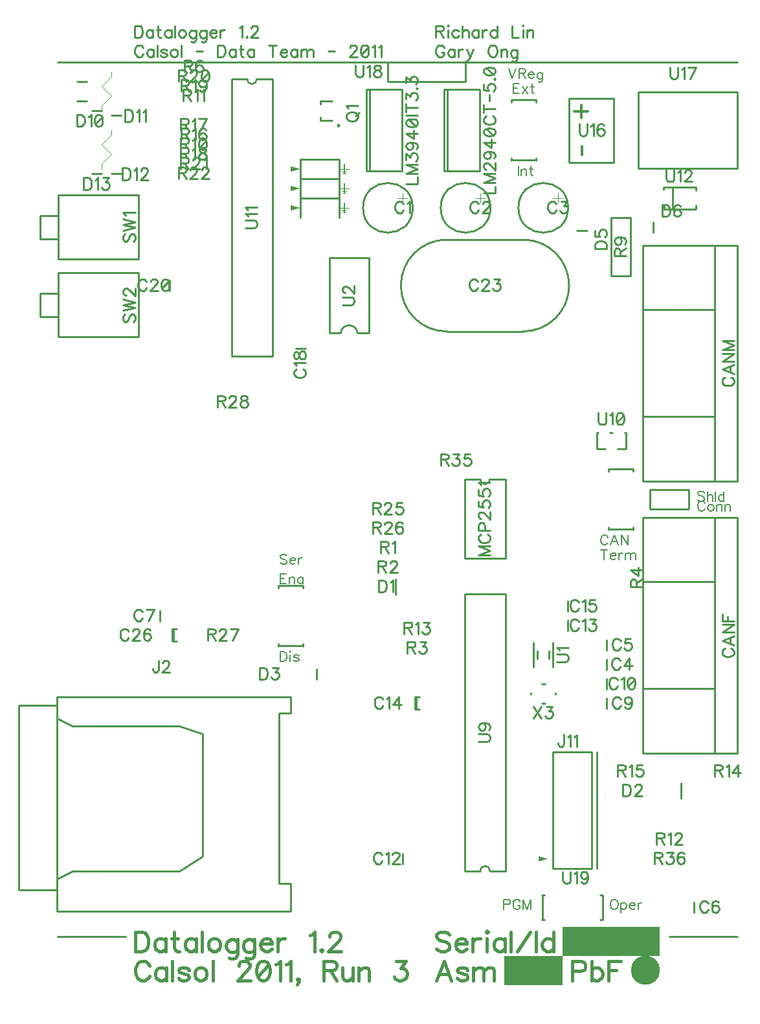
<source format=gbr>
G04 DipTrace 2.1.0.5*
%INTop Silk.gbr*%
%MOIN*%
%ADD10C,0.0098*%
%ADD11C,0.0055*%
%ADD12C,0.003*%
%ADD13C,0.05*%
%ADD14C,0.025*%
%ADD15C,0.0125*%
%ADD16C,0.02*%
%ADD17C,0.1*%
%ADD18C,0.01*%
%ADD19C,0.0013*%
%ADD20C,0.15*%
%ADD21C,0.0039*%
%ADD22R,0.0591X0.0591*%
%ADD23C,0.0591*%
%ADD24R,0.0512X0.0591*%
%ADD25R,0.0591X0.0512*%
%ADD26R,0.063X0.0709*%
%ADD27C,0.0984*%
%ADD28R,0.0665X0.0665*%
%ADD29C,0.0665*%
%ADD30C,0.1874*%
%ADD31R,0.0394X0.0748*%
%ADD32R,0.0866X0.0551*%
%ADD33R,0.0354X0.0551*%
%ADD34C,0.0591*%
%ADD35C,0.0512*%
%ADD36R,0.0886X0.0197*%
%ADD37R,0.1378X0.0807*%
%ADD38R,0.1535X0.0807*%
%ADD39R,0.1181X0.0433*%
%ADD40R,0.0787X0.1181*%
%ADD41R,0.0394X0.1181*%
%ADD42R,0.165X0.0701*%
%ADD43R,0.1732X0.1358*%
%ADD44C,0.085*%
%ADD45C,0.0079*%
%ADD46R,0.063X0.063*%
%ADD47C,0.063*%
%ADD48C,0.22*%
%ADD49R,0.0374X0.0354*%
%ADD50R,0.0433X0.0394*%
%ADD51C,0.06*%
%ADD52R,0.0512X0.0512*%
%ADD53C,0.0709*%
%ADD54R,0.0748X0.0591*%
%ADD55C,0.063*%
%ADD56C,0.0669*%
%ADD57R,0.0315X0.0512*%
%ADD58R,0.0512X0.0315*%
%ADD59R,0.0512X0.0236*%
%ADD60C,0.0142*%
%ADD61R,0.0315X0.0217*%
%ADD62R,0.0138X0.0571*%
%ADD63R,0.0315X0.0354*%
%ADD64R,0.0669X0.0598*%
%ADD65C,0.0551*%
%ADD66C,0.0827*%
%ADD67C,0.1181*%
%ADD68C,0.126*%
%ADD69C,0.1772*%
%ADD70R,0.0669X0.0394*%
%ADD71C,0.04*%
%ADD72C,0.0191*%
%ADD73C,0.0354*%
%ADD74C,0.0394*%
%ADD75C,0.0429*%
%ADD76C,0.1283*%
%ADD77C,0.0469*%
%ADD78C,0.13*%
%ADD79C,0.038*%
%ADD80C,0.0315*%
%ADD81C,0.0276*%
%ADD82C,0.0906*%
%ADD83C,0.1181*%
%ADD84C,0.0479*%
%ADD85C,0.0321*%
%ADD86R,0.0748X0.0472*%
%ADD87R,0.0591X0.0315*%
%ADD88C,0.185*%
%ADD89C,0.1693*%
%ADD90C,0.1339*%
%ADD91C,0.1102*%
%ADD92C,0.0906*%
%ADD93C,0.0748*%
%ADD94C,0.0472*%
%ADD95R,0.0748X0.0677*%
%ADD96R,0.0591X0.052*%
%ADD97R,0.0394X0.0433*%
%ADD98R,0.0236X0.0276*%
%ADD99R,0.0217X0.065*%
%ADD100R,0.0059X0.0492*%
%ADD101R,0.0394X0.0295*%
%ADD102R,0.0236X0.0138*%
%ADD103R,0.0433X0.0157*%
%ADD104R,0.0591X0.0394*%
%ADD105R,0.0433X0.0236*%
%ADD106R,0.0394X0.0591*%
%ADD107R,0.0236X0.0433*%
%ADD108C,0.0748*%
%ADD109C,0.0551*%
%ADD110R,0.0827X0.0669*%
%ADD111R,0.0669X0.0512*%
%ADD112C,0.0787*%
%ADD113R,0.0433X0.0433*%
%ADD114C,0.0679*%
%ADD115C,0.0521*%
%ADD116R,0.0512X0.0472*%
%ADD117R,0.0354X0.0315*%
%ADD118R,0.0453X0.0433*%
%ADD119R,0.0295X0.0276*%
%ADD120C,0.2279*%
%ADD121C,0.2121*%
%ADD122C,0.0709*%
%ADD123R,0.0709X0.0709*%
%ADD124R,0.0551X0.0551*%
%ADD125C,0.0929*%
%ADD126C,0.0772*%
%ADD127R,0.1811X0.1437*%
%ADD128R,0.1654X0.128*%
%ADD129R,0.1728X0.078*%
%ADD130R,0.1571X0.0622*%
%ADD131R,0.0472X0.126*%
%ADD132R,0.0315X0.1102*%
%ADD133R,0.0866X0.126*%
%ADD134R,0.0709X0.1102*%
%ADD135R,0.126X0.0512*%
%ADD136R,0.1102X0.0354*%
%ADD137R,0.1614X0.0886*%
%ADD138R,0.1457X0.0728*%
%ADD139R,0.1457X0.0886*%
%ADD140R,0.1299X0.0728*%
%ADD141R,0.0965X0.0276*%
%ADD142R,0.0807X0.0118*%
%ADD143C,0.0433*%
%ADD144C,0.0669*%
%ADD145C,0.0512*%
%ADD146R,0.0433X0.063*%
%ADD147R,0.0276X0.0472*%
%ADD148R,0.0945X0.063*%
%ADD149R,0.0787X0.0472*%
%ADD150R,0.0472X0.0827*%
%ADD151R,0.0315X0.0669*%
%ADD152C,0.1953*%
%ADD153C,0.1795*%
%ADD154C,0.0744*%
%ADD155C,0.0587*%
%ADD156R,0.0744X0.0744*%
%ADD157R,0.0587X0.0587*%
%ADD158C,0.1063*%
%ADD159R,0.0709X0.0787*%
%ADD160R,0.0551X0.063*%
%ADD161R,0.0669X0.0591*%
%ADD162R,0.0512X0.0433*%
%ADD163R,0.0591X0.0669*%
%ADD164R,0.0433X0.0512*%
%ADD165R,0.0669X0.0669*%
%ADD166C,0.0093*%
%ADD167C,0.0077*%
%ADD168C,0.0154*%
%ADD169C,0.0124*%
%FSLAX44Y44*%
%SFA1B1*%
%OFA0B0*%
G04*
G70*
G90*
G75*
G01*
%LNTopSilk*%
%LPD*%
X15720Y40000D2*
D10*
G02X15720Y40000I1280J0D01*
G01*
X17750Y40750D2*
D21*
Y40250D1*
X17500Y40500D2*
X18000D1*
X19720Y40000D2*
D10*
G02X19720Y40000I1280J0D01*
G01*
X21750Y40750D2*
D21*
Y40250D1*
X21500Y40500D2*
X22000D1*
X23720Y40000D2*
D10*
G02X23720Y40000I1280J0D01*
G01*
X25750Y40750D2*
D21*
Y40250D1*
X25500Y40500D2*
X26000D1*
X28248Y16756D2*
D10*
Y16244D1*
Y17756D2*
Y17244D1*
X32748Y4256D2*
Y3744D1*
X5252Y18744D2*
Y19256D1*
X28248Y14756D2*
Y14244D1*
Y15756D2*
Y15244D1*
X17752Y6244D2*
Y6756D1*
X26248Y18756D2*
Y18244D1*
X18457Y14185D2*
Y14815D1*
X18382Y14185D2*
Y14815D1*
Y14185D2*
X18618D1*
X18382Y14815D2*
X18618D1*
X26248Y19756D2*
Y19244D1*
X12756Y32752D2*
X12244D1*
X5752Y35744D2*
Y36256D1*
X23969Y33638D2*
X20031D1*
X23969Y38362D2*
X20031D1*
X23969Y33638D2*
G03X23969Y38362I0J2362D01*
G01*
X20031Y33638D2*
G02X20031Y38362I0J2362D01*
G01*
X5957Y17685D2*
Y18315D1*
X5882Y17685D2*
Y18315D1*
Y17685D2*
X6118D1*
X5882Y18315D2*
X6118D1*
X30128Y20753D2*
X33830D1*
X35010Y24063D2*
Y11937D1*
X30128Y15247D2*
X33830D1*
X30128Y24063D2*
Y11937D1*
Y24063D2*
X35010D1*
X30128Y11937D2*
X35010D1*
X33830Y24063D2*
Y11937D1*
Y25937D2*
Y38063D1*
X35010Y25937D2*
X30128D1*
X35010Y38063D2*
X30128D1*
Y25937D2*
Y38063D1*
X33830Y29247D2*
X30128D1*
X35010Y25937D2*
Y38063D1*
X33830Y34753D2*
X30128D1*
X17398Y20106D2*
Y20894D1*
X32102Y10394D2*
Y9606D1*
X13339Y15724D2*
Y16276D1*
X27276Y38839D2*
X26724D1*
X30661Y39276D2*
Y38724D1*
X2250Y45000D2*
X1750D1*
X1500Y45500D2*
X1000D1*
X1500Y46500D2*
X1000D1*
X2750Y44750D2*
X3250D1*
X2750Y41750D2*
X3250D1*
X1750D2*
X2250D1*
X11984Y14826D2*
Y14000D1*
X11394D1*
Y5241D1*
X11984D1*
Y3804D1*
X-24D1*
Y14826D1*
X11984D1*
X11499Y15000D2*
X-24Y13724D2*
X764Y13331D1*
X6275D1*
X7457Y12937D1*
Y6637D1*
X6275Y5850D1*
X764D1*
X-24Y5456D1*
Y14394D2*
X-1992D1*
Y4886D1*
X-24D1*
X14750Y40250D2*
D45*
Y39750D1*
X12500Y39500D2*
D10*
Y40500D1*
X14500D1*
Y39500D1*
Y40000D2*
D21*
X15000D1*
X14625Y39874D2*
X14875D1*
X14687Y39750D2*
X14813D1*
G36*
X12000Y39875D2*
Y40125D1*
X12500Y40000D1*
X12000Y39875D1*
G37*
G36*
X24750Y6375D2*
Y6625D1*
X25250Y6500D1*
X24750Y6375D1*
G37*
X25500Y6000D2*
D10*
X27500D1*
Y12000D1*
X25500D1*
Y6000D1*
X27750D2*
Y12000D1*
X14750Y41250D2*
D45*
Y40750D1*
X12500Y40500D2*
D10*
Y41500D1*
X14500D1*
Y40500D1*
Y41000D2*
D21*
X15000D1*
X14625Y40874D2*
X14875D1*
X14687Y40750D2*
X14813D1*
G36*
X12000Y40875D2*
Y41125D1*
X12500Y41000D1*
X12000Y40875D1*
G37*
X14750Y42250D2*
D45*
Y41750D1*
X12500Y41500D2*
D10*
Y42500D1*
X14500D1*
Y41500D1*
Y42000D2*
D21*
X15000D1*
X14625Y41874D2*
X14875D1*
X14687Y41750D2*
X14813D1*
G36*
X12000Y41875D2*
Y42125D1*
X12500Y42000D1*
X12000Y41875D1*
G37*
X20074Y41894D2*
D10*
Y46106D1*
X19878Y41894D2*
Y46106D1*
X21728Y41894D2*
Y46106D1*
Y41894D2*
X19878D1*
X21728Y46106D2*
X19878D1*
X16074Y41894D2*
Y46106D1*
X15878Y41894D2*
Y46106D1*
X17728Y41894D2*
Y46106D1*
Y41894D2*
X15878D1*
X17728Y46106D2*
X15878D1*
X21749Y26028D2*
G03X22251Y26028I251J0D01*
G01*
X20955D2*
X21749D1*
X22251D2*
X23045D1*
X20955Y21972D2*
X23045D1*
X20955Y26028D2*
Y21972D1*
X23045Y26028D2*
Y21972D1*
X14463Y44282D2*
G02X14463Y44282I0J-49D01*
G01*
X14118Y45511D2*
X13537D1*
X14118Y44488D2*
X13537D1*
Y44666D1*
Y45335D2*
Y45511D1*
X29500Y39501D2*
Y36499D1*
X28500D2*
X29500D1*
X28500Y39501D2*
Y36499D1*
Y39501D2*
X29500D1*
X4172Y40654D2*
X19D1*
Y37346D1*
X4172D1*
Y40654D1*
X19Y39591D2*
X-897D1*
Y38409D1*
X19D1*
Y39591D1*
X4172Y36654D2*
X19D1*
Y33346D1*
X4172D1*
Y36654D1*
X19Y35591D2*
X-897D1*
Y34409D1*
X19D1*
Y35591D1*
X24508Y16370D2*
Y17630D1*
X25492Y16370D2*
Y17630D1*
X24705Y16803D2*
Y17197D1*
X25295Y16803D2*
Y17197D1*
X16015Y33561D2*
Y37442D1*
X13985Y33561D2*
Y37442D1*
X16015D2*
X13985D1*
X16015Y33561D2*
X15443D1*
X14557D2*
X13985D1*
X15440Y33558D2*
G03X14560Y33558I-440J-55D01*
G01*
X24630Y45555D2*
X23370D1*
X24630Y42445D2*
X23370D1*
X24625Y45563D2*
Y45437D1*
X23376Y45563D2*
Y45437D1*
X24625Y42438D2*
Y42563D1*
X23376Y42438D2*
Y42563D1*
X30500Y25500D2*
Y24500D1*
X32500Y25500D2*
X30500D1*
X32500D2*
Y24500D1*
X30500D1*
X11370Y17445D2*
X12630D1*
X11370Y20555D2*
X12630D1*
X11375Y17437D2*
Y17563D1*
X12624Y17437D2*
Y17563D1*
X11375Y20562D2*
Y20437D1*
X12624Y20562D2*
Y20437D1*
X22251Y5874D2*
G03X21749Y5874I-251J5D01*
G01*
X20955D2*
Y20126D1*
X23045Y5874D2*
Y20126D1*
X20955D1*
X21749Y5874D2*
X20955D1*
X23045D2*
X22251D1*
X28437Y28419D2*
X28563D1*
X29187D2*
X29250D1*
X27813D2*
X27750D1*
X29250D2*
Y27606D1*
X28812D1*
X28188D2*
X27750D1*
Y28356D1*
Y28419D1*
X9749Y46626D2*
G03X10251Y46626I251J-5D01*
G01*
X11045D2*
Y32374D1*
X8955Y46626D2*
Y32374D1*
X11045D1*
X10251Y46626D2*
X11045D1*
X8955D2*
X9749D1*
X32870Y39940D2*
X31230D1*
X32860Y41070D2*
X31220D1*
X32860Y41060D2*
Y40890D1*
Y39940D2*
Y40120D1*
X31230Y39940D2*
Y40110D1*
X31210Y41060D2*
Y40920D1*
X31660Y41060D2*
Y39970D1*
X28370Y23445D2*
X29630D1*
X28370Y26555D2*
X29630D1*
X28375Y23437D2*
Y23563D1*
X29624Y23437D2*
Y23563D1*
X28375Y26562D2*
Y26437D1*
X29624Y26562D2*
Y26437D1*
X26338Y42339D2*
X28642D1*
Y45614D1*
X26338D1*
Y42339D1*
X35000Y45969D2*
X29882D1*
Y42031D1*
X35000D1*
Y45969D1*
X17000Y47500D2*
Y46500D1*
X21000Y47500D2*
X17000D1*
X21000Y46500D2*
X17000D1*
X21000Y47500D2*
Y46500D1*
X28055Y3370D2*
Y4630D1*
X24945Y3370D2*
Y4630D1*
X28063Y3375D2*
X27937D1*
X28063Y4624D2*
X27937D1*
X24938Y3375D2*
X25063D1*
X24938Y4624D2*
X25063D1*
X24370Y15039D2*
Y14961D1*
X25630Y15039D2*
Y14961D1*
X24921Y15492D2*
X25079D1*
X24921Y14508D2*
X25079D1*
X0Y47500D2*
D18*
X35000D1*
X0Y2500D2*
X3500D1*
X2750Y44000D2*
D19*
Y43750D1*
X2250Y43250D1*
X2750Y42750D1*
X2250Y42250D1*
Y42000D1*
X2750Y47000D2*
Y46750D1*
X2250Y46250D1*
X2750Y45750D1*
X2250Y45250D1*
Y45000D1*
G36*
X26000Y3000D2*
X31000D1*
Y1500D1*
X26000D1*
Y3000D1*
G37*
X31500Y2500D2*
D18*
X35000D1*
D20*
X30250Y750D3*
G36*
X23000Y1500D2*
X26000D1*
Y0D1*
X23000D1*
Y1500D1*
G37*
X17801Y40194D2*
D166*
X17772Y40251D1*
D2*
X17714Y40309D1*
D2*
X17657Y40338D1*
D2*
X17543D1*
D2*
X17485Y40309D1*
D2*
X17428Y40251D1*
D2*
X17399Y40194D1*
D2*
X17370Y40108D1*
D2*
Y39964D1*
D2*
X17399Y39879D1*
D2*
X17428Y39821D1*
D2*
X17485Y39764D1*
D2*
X17543Y39735D1*
D2*
X17657D1*
D2*
X17714Y39764D1*
D2*
X17772Y39821D1*
D2*
X17801Y39879D1*
X17986Y40222D2*
X18044Y40251D1*
D2*
X18130Y40337D1*
D2*
Y39735D1*
X21672Y40194D2*
X21643Y40251D1*
D2*
X21585Y40309D1*
D2*
X21528Y40338D1*
D2*
X21414D1*
D2*
X21356Y40309D1*
D2*
X21299Y40251D1*
D2*
X21270Y40194D1*
D2*
X21241Y40108D1*
D2*
Y39964D1*
D2*
X21270Y39879D1*
D2*
X21299Y39821D1*
D2*
X21356Y39764D1*
D2*
X21414Y39735D1*
D2*
X21528D1*
D2*
X21585Y39764D1*
D2*
X21643Y39821D1*
D2*
X21672Y39879D1*
X21886Y40194D2*
Y40222D1*
D2*
X21915Y40280D1*
D2*
X21943Y40308D1*
D2*
X22001Y40337D1*
D2*
X22116D1*
D2*
X22173Y40308D1*
D2*
X22201Y40280D1*
D2*
X22230Y40222D1*
D2*
Y40165D1*
D2*
X22201Y40107D1*
D2*
X22144Y40022D1*
D2*
X21857Y39735D1*
D2*
X22259D1*
X25672Y40194D2*
X25643Y40251D1*
D2*
X25585Y40309D1*
D2*
X25528Y40338D1*
D2*
X25414D1*
D2*
X25356Y40309D1*
D2*
X25299Y40251D1*
D2*
X25270Y40194D1*
D2*
X25241Y40108D1*
D2*
Y39964D1*
D2*
X25270Y39879D1*
D2*
X25299Y39821D1*
D2*
X25356Y39764D1*
D2*
X25414Y39735D1*
D2*
X25528D1*
D2*
X25585Y39764D1*
D2*
X25643Y39821D1*
D2*
X25672Y39879D1*
X25915Y40337D2*
X26230D1*
D2*
X26058Y40107D1*
D2*
X26144D1*
D2*
X26201Y40079D1*
D2*
X26230Y40050D1*
D2*
X26259Y39964D1*
D2*
Y39907D1*
D2*
X26230Y39821D1*
D2*
X26173Y39763D1*
D2*
X26086Y39735D1*
D2*
X26000D1*
D2*
X25915Y39763D1*
D2*
X25886Y39792D1*
D2*
X25857Y39849D1*
X28966Y16694D2*
X28938Y16751D1*
D2*
X28880Y16809D1*
D2*
X28823Y16838D1*
D2*
X28708D1*
D2*
X28651Y16809D1*
D2*
X28594Y16751D1*
D2*
X28564Y16694D1*
D2*
X28536Y16608D1*
D2*
Y16464D1*
D2*
X28564Y16379D1*
D2*
X28594Y16321D1*
D2*
X28651Y16264D1*
D2*
X28708Y16235D1*
D2*
X28823D1*
D2*
X28880Y16264D1*
D2*
X28938Y16321D1*
D2*
X28966Y16379D1*
X29439Y16235D2*
Y16837D1*
D2*
X29152Y16436D1*
D2*
X29582D1*
X28981Y17694D2*
X28952Y17751D1*
D2*
X28894Y17809D1*
D2*
X28837Y17838D1*
D2*
X28723D1*
D2*
X28665Y17809D1*
D2*
X28608Y17751D1*
D2*
X28579Y17694D1*
D2*
X28550Y17608D1*
D2*
Y17464D1*
D2*
X28579Y17379D1*
D2*
X28608Y17321D1*
D2*
X28665Y17264D1*
D2*
X28723Y17235D1*
D2*
X28837D1*
D2*
X28894Y17264D1*
D2*
X28952Y17321D1*
D2*
X28981Y17379D1*
X29510Y17837D2*
X29224D1*
D2*
X29195Y17579D1*
D2*
X29224Y17607D1*
D2*
X29310Y17637D1*
D2*
X29395D1*
D2*
X29482Y17607D1*
D2*
X29539Y17550D1*
D2*
X29568Y17464D1*
D2*
Y17407D1*
D2*
X29539Y17321D1*
D2*
X29482Y17263D1*
D2*
X29395Y17235D1*
D2*
X29310D1*
D2*
X29224Y17263D1*
D2*
X29195Y17292D1*
D2*
X29166Y17349D1*
X33495Y4194D2*
X33467Y4251D1*
D2*
X33409Y4309D1*
D2*
X33352Y4338D1*
D2*
X33237D1*
D2*
X33180Y4309D1*
D2*
X33123Y4251D1*
D2*
X33093Y4194D1*
D2*
X33065Y4108D1*
D2*
Y3964D1*
D2*
X33093Y3879D1*
D2*
X33123Y3821D1*
D2*
X33180Y3764D1*
D2*
X33237Y3735D1*
D2*
X33352D1*
D2*
X33409Y3764D1*
D2*
X33467Y3821D1*
D2*
X33495Y3879D1*
X34025Y4251D2*
X33996Y4308D1*
D2*
X33910Y4337D1*
D2*
X33853D1*
D2*
X33767Y4308D1*
D2*
X33709Y4222D1*
D2*
X33681Y4079D1*
D2*
Y3936D1*
D2*
X33709Y3821D1*
D2*
X33767Y3763D1*
D2*
X33853Y3735D1*
D2*
X33882D1*
D2*
X33967Y3763D1*
D2*
X34025Y3821D1*
D2*
X34053Y3907D1*
D2*
Y3936D1*
D2*
X34025Y4022D1*
D2*
X33967Y4079D1*
D2*
X33882Y4107D1*
D2*
X33853D1*
D2*
X33767Y4079D1*
D2*
X33709Y4022D1*
D2*
X33681Y3936D1*
X4363Y19194D2*
X4334Y19251D1*
D2*
X4276Y19309D1*
D2*
X4219Y19338D1*
D2*
X4105D1*
D2*
X4047Y19309D1*
D2*
X3990Y19251D1*
D2*
X3961Y19194D1*
D2*
X3932Y19108D1*
D2*
Y18964D1*
D2*
X3961Y18879D1*
D2*
X3990Y18821D1*
D2*
X4047Y18764D1*
D2*
X4105Y18735D1*
D2*
X4219D1*
D2*
X4276Y18764D1*
D2*
X4334Y18821D1*
D2*
X4363Y18879D1*
X4663Y18735D2*
X4950Y19337D1*
D2*
X4548D1*
X28995Y14694D2*
X28966Y14751D1*
D2*
X28909Y14809D1*
D2*
X28852Y14838D1*
D2*
X28737D1*
D2*
X28679Y14809D1*
D2*
X28622Y14751D1*
D2*
X28593Y14694D1*
D2*
X28564Y14608D1*
D2*
Y14464D1*
D2*
X28593Y14379D1*
D2*
X28622Y14321D1*
D2*
X28679Y14264D1*
D2*
X28737Y14235D1*
D2*
X28852D1*
D2*
X28909Y14264D1*
D2*
X28966Y14321D1*
D2*
X28995Y14379D1*
X29554Y14637D2*
X29524Y14550D1*
D2*
X29467Y14493D1*
D2*
X29381Y14464D1*
D2*
X29353D1*
D2*
X29266Y14493D1*
D2*
X29209Y14550D1*
D2*
X29180Y14637D1*
D2*
Y14665D1*
D2*
X29209Y14751D1*
D2*
X29266Y14808D1*
D2*
X29353Y14837D1*
D2*
X29381D1*
D2*
X29467Y14808D1*
D2*
X29524Y14751D1*
D2*
X29554Y14637D1*
D2*
Y14493D1*
D2*
X29524Y14349D1*
D2*
X29467Y14263D1*
D2*
X29381Y14235D1*
D2*
X29324D1*
D2*
X29238Y14263D1*
D2*
X29209Y14321D1*
X28816Y15694D2*
X28788Y15751D1*
D2*
X28730Y15809D1*
D2*
X28673Y15838D1*
D2*
X28558D1*
D2*
X28500Y15809D1*
D2*
X28443Y15751D1*
D2*
X28414Y15694D1*
D2*
X28386Y15608D1*
D2*
Y15464D1*
D2*
X28414Y15379D1*
D2*
X28443Y15321D1*
D2*
X28500Y15264D1*
D2*
X28558Y15235D1*
D2*
X28673D1*
D2*
X28730Y15264D1*
D2*
X28788Y15321D1*
D2*
X28816Y15379D1*
X29001Y15722D2*
X29059Y15751D1*
D2*
X29145Y15837D1*
D2*
Y15235D1*
X29503Y15837D2*
X29417Y15808D1*
D2*
X29359Y15722D1*
D2*
X29331Y15579D1*
D2*
Y15493D1*
D2*
X29359Y15349D1*
D2*
X29417Y15263D1*
D2*
X29503Y15235D1*
D2*
X29560D1*
D2*
X29646Y15263D1*
D2*
X29703Y15349D1*
D2*
X29732Y15493D1*
D2*
Y15579D1*
D2*
X29703Y15722D1*
D2*
X29646Y15808D1*
D2*
X29560Y15837D1*
D2*
X29503D1*
X29703Y15722D2*
X29359Y15349D1*
X16698Y6694D2*
X16669Y6751D1*
D2*
X16612Y6809D1*
D2*
X16555Y6838D1*
D2*
X16440D1*
D2*
X16382Y6809D1*
D2*
X16325Y6751D1*
D2*
X16296Y6694D1*
D2*
X16268Y6608D1*
D2*
Y6464D1*
D2*
X16296Y6379D1*
D2*
X16325Y6321D1*
D2*
X16382Y6264D1*
D2*
X16440Y6235D1*
D2*
X16555D1*
D2*
X16612Y6264D1*
D2*
X16669Y6321D1*
D2*
X16698Y6379D1*
X16883Y6722D2*
X16941Y6751D1*
D2*
X17027Y6837D1*
D2*
Y6235D1*
X17242Y6694D2*
Y6722D1*
D2*
X17270Y6780D1*
D2*
X17299Y6808D1*
D2*
X17356Y6837D1*
D2*
X17471D1*
D2*
X17528Y6808D1*
D2*
X17557Y6780D1*
D2*
X17586Y6722D1*
D2*
Y6665D1*
D2*
X17557Y6607D1*
D2*
X17500Y6522D1*
D2*
X17212Y6235D1*
D2*
X17614D1*
X26816Y18694D2*
X26788Y18751D1*
D2*
X26730Y18809D1*
D2*
X26673Y18838D1*
D2*
X26558D1*
D2*
X26500Y18809D1*
D2*
X26443Y18751D1*
D2*
X26414Y18694D1*
D2*
X26386Y18608D1*
D2*
Y18464D1*
D2*
X26414Y18379D1*
D2*
X26443Y18321D1*
D2*
X26500Y18264D1*
D2*
X26558Y18235D1*
D2*
X26673D1*
D2*
X26730Y18264D1*
D2*
X26788Y18321D1*
D2*
X26816Y18379D1*
X27001Y18722D2*
X27059Y18751D1*
D2*
X27145Y18837D1*
D2*
Y18235D1*
X27388Y18837D2*
X27703D1*
D2*
X27532Y18607D1*
D2*
X27618D1*
D2*
X27675Y18579D1*
D2*
X27703Y18550D1*
D2*
X27732Y18464D1*
D2*
Y18407D1*
D2*
X27703Y18321D1*
D2*
X27646Y18263D1*
D2*
X27560Y18235D1*
D2*
X27474D1*
D2*
X27388Y18263D1*
D2*
X27360Y18292D1*
D2*
X27331Y18349D1*
X16743Y14694D2*
X16714Y14751D1*
D2*
X16657Y14809D1*
D2*
X16600Y14838D1*
D2*
X16485D1*
D2*
X16427Y14809D1*
D2*
X16370Y14751D1*
D2*
X16341Y14694D1*
D2*
X16312Y14608D1*
D2*
Y14464D1*
D2*
X16341Y14379D1*
D2*
X16370Y14321D1*
D2*
X16427Y14264D1*
D2*
X16485Y14235D1*
D2*
X16600D1*
D2*
X16657Y14264D1*
D2*
X16714Y14321D1*
D2*
X16743Y14379D1*
X16928Y14722D2*
X16986Y14751D1*
D2*
X17072Y14837D1*
D2*
Y14235D1*
X17544D2*
Y14837D1*
D2*
X17257Y14436D1*
D2*
X17688D1*
X26816Y19694D2*
X26788Y19751D1*
D2*
X26730Y19809D1*
D2*
X26673Y19838D1*
D2*
X26558D1*
D2*
X26500Y19809D1*
D2*
X26443Y19751D1*
D2*
X26414Y19694D1*
D2*
X26386Y19608D1*
D2*
Y19464D1*
D2*
X26414Y19379D1*
D2*
X26443Y19321D1*
D2*
X26500Y19264D1*
D2*
X26558Y19235D1*
D2*
X26673D1*
D2*
X26730Y19264D1*
D2*
X26788Y19321D1*
D2*
X26816Y19379D1*
X27001Y19722D2*
X27059Y19751D1*
D2*
X27145Y19837D1*
D2*
Y19235D1*
X27675Y19837D2*
X27388D1*
D2*
X27360Y19579D1*
D2*
X27388Y19607D1*
D2*
X27474Y19637D1*
D2*
X27560D1*
D2*
X27646Y19607D1*
D2*
X27704Y19550D1*
D2*
X27732Y19464D1*
D2*
Y19407D1*
D2*
X27704Y19321D1*
D2*
X27646Y19263D1*
D2*
X27560Y19235D1*
D2*
X27474D1*
D2*
X27388Y19263D1*
D2*
X27360Y19292D1*
D2*
X27331Y19349D1*
X12306Y31698D2*
X12249Y31670D1*
D2*
X12191Y31612D1*
D2*
X12162Y31555D1*
D2*
Y31440D1*
D2*
X12191Y31383D1*
D2*
X12249Y31326D1*
D2*
X12306Y31296D1*
D2*
X12392Y31268D1*
D2*
X12536D1*
D2*
X12621Y31296D1*
D2*
X12679Y31326D1*
D2*
X12736Y31383D1*
D2*
X12765Y31440D1*
D2*
Y31555D1*
D2*
X12736Y31612D1*
D2*
X12679Y31670D1*
D2*
X12621Y31698D1*
X12278Y31884D2*
X12249Y31941D1*
D2*
X12163Y32027D1*
D2*
X12765D1*
X12163Y32356D2*
X12192Y32270D1*
D2*
X12249Y32241D1*
D2*
X12306D1*
D2*
X12363Y32270D1*
D2*
X12393Y32328D1*
D2*
X12421Y32442D1*
D2*
X12450Y32528D1*
D2*
X12507Y32586D1*
D2*
X12564Y32614D1*
D2*
X12651D1*
D2*
X12708Y32586D1*
D2*
X12737Y32557D1*
D2*
X12765Y32471D1*
D2*
Y32356D1*
D2*
X12737Y32270D1*
D2*
X12708Y32241D1*
D2*
X12651Y32213D1*
D2*
X12564D1*
D2*
X12507Y32241D1*
D2*
X12450Y32299D1*
D2*
X12421Y32385D1*
D2*
X12393Y32499D1*
D2*
X12363Y32557D1*
D2*
X12306Y32586D1*
D2*
X12249D1*
D2*
X12192Y32557D1*
D2*
X12163Y32471D1*
D2*
Y32356D1*
X4569Y36194D2*
X4540Y36251D1*
D2*
X4483Y36309D1*
D2*
X4426Y36338D1*
D2*
X4311D1*
D2*
X4253Y36309D1*
D2*
X4196Y36251D1*
D2*
X4167Y36194D1*
D2*
X4139Y36108D1*
D2*
Y35964D1*
D2*
X4167Y35879D1*
D2*
X4196Y35821D1*
D2*
X4253Y35764D1*
D2*
X4311Y35735D1*
D2*
X4426D1*
D2*
X4483Y35764D1*
D2*
X4540Y35821D1*
D2*
X4569Y35879D1*
X4783Y36194D2*
Y36222D1*
D2*
X4812Y36280D1*
D2*
X4840Y36308D1*
D2*
X4898Y36337D1*
D2*
X5013D1*
D2*
X5070Y36308D1*
D2*
X5098Y36280D1*
D2*
X5128Y36222D1*
D2*
Y36165D1*
D2*
X5098Y36107D1*
D2*
X5041Y36022D1*
D2*
X4754Y35735D1*
D2*
X5156D1*
X5514Y36337D2*
X5428Y36308D1*
D2*
X5370Y36222D1*
D2*
X5341Y36079D1*
D2*
Y35993D1*
D2*
X5370Y35849D1*
D2*
X5428Y35763D1*
D2*
X5514Y35735D1*
D2*
X5571D1*
D2*
X5657Y35763D1*
D2*
X5714Y35849D1*
D2*
X5743Y35993D1*
D2*
Y36079D1*
D2*
X5714Y36222D1*
D2*
X5657Y36308D1*
D2*
X5571Y36337D1*
D2*
X5514D1*
X5714Y36222D2*
X5370Y35849D1*
X21628Y36194D2*
X21600Y36251D1*
D2*
X21542Y36309D1*
D2*
X21485Y36338D1*
D2*
X21370D1*
D2*
X21312Y36309D1*
D2*
X21255Y36251D1*
D2*
X21226Y36194D1*
D2*
X21198Y36108D1*
D2*
Y35964D1*
D2*
X21226Y35879D1*
D2*
X21255Y35821D1*
D2*
X21312Y35764D1*
D2*
X21370Y35735D1*
D2*
X21485D1*
D2*
X21542Y35764D1*
D2*
X21600Y35821D1*
D2*
X21628Y35879D1*
X21842Y36194D2*
Y36222D1*
D2*
X21871Y36280D1*
D2*
X21900Y36308D1*
D2*
X21957Y36337D1*
D2*
X22072D1*
D2*
X22129Y36308D1*
D2*
X22158Y36280D1*
D2*
X22187Y36222D1*
D2*
Y36165D1*
D2*
X22158Y36107D1*
D2*
X22100Y36022D1*
D2*
X21813Y35735D1*
D2*
X22215D1*
X22458Y36337D2*
X22773D1*
D2*
X22601Y36107D1*
D2*
X22688D1*
D2*
X22745Y36079D1*
D2*
X22773Y36050D1*
D2*
X22802Y35964D1*
D2*
Y35907D1*
D2*
X22773Y35821D1*
D2*
X22716Y35763D1*
D2*
X22630Y35735D1*
D2*
X22544D1*
D2*
X22458Y35763D1*
D2*
X22430Y35792D1*
D2*
X22400Y35849D1*
X3643Y18194D2*
X3614Y18251D1*
D2*
X3556Y18309D1*
D2*
X3499Y18338D1*
D2*
X3385D1*
D2*
X3327Y18309D1*
D2*
X3270Y18251D1*
D2*
X3241Y18194D1*
D2*
X3212Y18108D1*
D2*
Y17964D1*
D2*
X3241Y17879D1*
D2*
X3270Y17821D1*
D2*
X3327Y17764D1*
D2*
X3385Y17735D1*
D2*
X3499D1*
D2*
X3556Y17764D1*
D2*
X3614Y17821D1*
D2*
X3643Y17879D1*
X3857Y18194D2*
Y18222D1*
D2*
X3886Y18280D1*
D2*
X3914Y18308D1*
D2*
X3972Y18337D1*
D2*
X4087D1*
D2*
X4144Y18308D1*
D2*
X4172Y18280D1*
D2*
X4201Y18222D1*
D2*
Y18165D1*
D2*
X4172Y18107D1*
D2*
X4115Y18022D1*
D2*
X3828Y17735D1*
D2*
X4230D1*
X4759Y18251D2*
X4731Y18308D1*
D2*
X4645Y18337D1*
D2*
X4588D1*
D2*
X4501Y18308D1*
D2*
X4444Y18222D1*
D2*
X4415Y18079D1*
D2*
Y17936D1*
D2*
X4444Y17821D1*
D2*
X4501Y17763D1*
D2*
X4588Y17735D1*
D2*
X4616D1*
D2*
X4702Y17763D1*
D2*
X4759Y17821D1*
D2*
X4788Y17907D1*
D2*
Y17936D1*
D2*
X4759Y18022D1*
D2*
X4702Y18079D1*
D2*
X4616Y18107D1*
D2*
X4588D1*
D2*
X4501Y18079D1*
D2*
X4444Y18022D1*
D2*
X4415Y17936D1*
X34357Y17320D2*
X34300Y17291D1*
D2*
X34242Y17234D1*
D2*
X34214Y17177D1*
D2*
Y17062D1*
D2*
X34242Y17004D1*
D2*
X34300Y16947D1*
D2*
X34357Y16918D1*
D2*
X34443Y16889D1*
D2*
X34587D1*
D2*
X34673Y16918D1*
D2*
X34731Y16947D1*
D2*
X34788Y17004D1*
D2*
X34817Y17062D1*
D2*
Y17177D1*
D2*
X34788Y17234D1*
D2*
X34731Y17291D1*
D2*
X34673Y17320D1*
X34817Y17965D2*
X34214Y17735D1*
D2*
X34817Y17505D1*
X34616Y17591D2*
Y17879D1*
X34214Y18552D2*
X34817D1*
D2*
X34214Y18150D1*
D2*
X34817D1*
X34214Y19111D2*
Y18737D1*
D2*
X34817D1*
X34501D2*
Y18967D1*
X34357Y31277D2*
X34300Y31249D1*
D2*
X34242Y31191D1*
D2*
X34214Y31134D1*
D2*
Y31019D1*
D2*
X34242Y30961D1*
D2*
X34300Y30904D1*
D2*
X34357Y30875D1*
D2*
X34443Y30847D1*
D2*
X34587D1*
D2*
X34673Y30875D1*
D2*
X34731Y30904D1*
D2*
X34788Y30961D1*
D2*
X34817Y31019D1*
D2*
Y31134D1*
D2*
X34788Y31191D1*
D2*
X34731Y31249D1*
D2*
X34673Y31277D1*
X34817Y31922D2*
X34214Y31692D1*
D2*
X34817Y31462D1*
X34616Y31549D2*
Y31836D1*
X34214Y32509D2*
X34817D1*
D2*
X34214Y32107D1*
D2*
X34817D1*
Y33153D2*
X34214D1*
D2*
X34817Y32924D1*
D2*
X34214Y32694D1*
D2*
X34817D1*
X16536Y20838D2*
Y20235D1*
D2*
X16737D1*
D2*
X16823Y20264D1*
D2*
X16881Y20321D1*
D2*
X16909Y20379D1*
D2*
X16938Y20464D1*
D2*
Y20608D1*
D2*
X16909Y20694D1*
D2*
X16881Y20751D1*
D2*
X16823Y20809D1*
D2*
X16737Y20838D1*
D2*
X16536D1*
X17123Y20722D2*
X17181Y20751D1*
D2*
X17267Y20837D1*
D2*
Y20235D1*
X29104Y10338D2*
Y9735D1*
D2*
X29305D1*
D2*
X29391Y9764D1*
D2*
X29449Y9821D1*
D2*
X29477Y9879D1*
D2*
X29506Y9964D1*
D2*
Y10108D1*
D2*
X29477Y10194D1*
D2*
X29449Y10251D1*
D2*
X29391Y10309D1*
D2*
X29305Y10338D1*
D2*
X29104D1*
X29720Y10194D2*
Y10222D1*
D2*
X29749Y10280D1*
D2*
X29777Y10308D1*
D2*
X29835Y10337D1*
D2*
X29950D1*
D2*
X30007Y10308D1*
D2*
X30035Y10280D1*
D2*
X30064Y10222D1*
D2*
Y10165D1*
D2*
X30035Y10107D1*
D2*
X29978Y10022D1*
D2*
X29691Y9735D1*
D2*
X30093D1*
X10399Y16338D2*
Y15735D1*
D2*
X10600D1*
D2*
X10686Y15764D1*
D2*
X10744Y15821D1*
D2*
X10773Y15879D1*
D2*
X10801Y15964D1*
D2*
Y16108D1*
D2*
X10773Y16194D1*
D2*
X10744Y16251D1*
D2*
X10686Y16309D1*
D2*
X10600Y16338D1*
D2*
X10399D1*
X11044Y16337D2*
X11359D1*
D2*
X11187Y16107D1*
D2*
X11274D1*
D2*
X11331Y16079D1*
D2*
X11359Y16050D1*
D2*
X11388Y15964D1*
D2*
Y15907D1*
D2*
X11359Y15821D1*
D2*
X11302Y15763D1*
D2*
X11216Y15735D1*
D2*
X11130D1*
D2*
X11044Y15763D1*
D2*
X11016Y15792D1*
D2*
X10986Y15849D1*
X27662Y37899D2*
X28265D1*
D2*
Y38100D1*
D2*
X28236Y38186D1*
D2*
X28179Y38244D1*
D2*
X28121Y38273D1*
D2*
X28036Y38301D1*
D2*
X27892D1*
D2*
X27806Y38273D1*
D2*
X27749Y38244D1*
D2*
X27691Y38186D1*
D2*
X27662Y38100D1*
D2*
Y37899D1*
X27663Y38831D2*
Y38544D1*
D2*
X27921Y38516D1*
D2*
X27893Y38544D1*
D2*
X27863Y38630D1*
D2*
Y38716D1*
D2*
X27893Y38802D1*
D2*
X27950Y38860D1*
D2*
X28036Y38888D1*
D2*
X28093D1*
D2*
X28179Y38860D1*
D2*
X28237Y38802D1*
D2*
X28265Y38716D1*
D2*
Y38630D1*
D2*
X28237Y38544D1*
D2*
X28208Y38516D1*
D2*
X28151Y38486D1*
X31126Y40154D2*
Y39551D1*
D2*
X31327D1*
D2*
X31414Y39581D1*
D2*
X31471Y39638D1*
D2*
X31500Y39695D1*
D2*
X31528Y39781D1*
D2*
Y39925D1*
D2*
X31500Y40011D1*
D2*
X31471Y40068D1*
D2*
X31414Y40126D1*
D2*
X31327Y40154D1*
D2*
X31126D1*
X32058Y40068D2*
X32029Y40125D1*
D2*
X31943Y40154D1*
D2*
X31886D1*
D2*
X31800Y40125D1*
D2*
X31742Y40039D1*
D2*
X31714Y39896D1*
D2*
Y39752D1*
D2*
X31742Y39638D1*
D2*
X31800Y39580D1*
D2*
X31886Y39551D1*
D2*
X31914D1*
D2*
X32000Y39580D1*
D2*
X32058Y39638D1*
D2*
X32086Y39724D1*
D2*
Y39752D1*
D2*
X32058Y39839D1*
D2*
X32000Y39896D1*
D2*
X31914Y39924D1*
D2*
X31886D1*
D2*
X31800Y39896D1*
D2*
X31742Y39839D1*
D2*
X31714Y39752D1*
X988Y44796D2*
Y44194D1*
D2*
X1189D1*
D2*
X1276Y44223D1*
D2*
X1333Y44280D1*
D2*
X1362Y44338D1*
D2*
X1390Y44423D1*
D2*
Y44567D1*
D2*
X1362Y44653D1*
D2*
X1333Y44710D1*
D2*
X1276Y44768D1*
D2*
X1189Y44796D1*
D2*
X988D1*
X1576Y44681D2*
X1633Y44710D1*
D2*
X1720Y44796D1*
D2*
Y44194D1*
X2077Y44796D2*
X1991Y44767D1*
D2*
X1933Y44681D1*
D2*
X1905Y44538D1*
D2*
Y44452D1*
D2*
X1933Y44308D1*
D2*
X1991Y44222D1*
D2*
X2077Y44194D1*
D2*
X2134D1*
D2*
X2221Y44222D1*
D2*
X2278Y44308D1*
D2*
X2307Y44452D1*
D2*
Y44538D1*
D2*
X2278Y44681D1*
D2*
X2221Y44767D1*
D2*
X2134Y44796D1*
D2*
X2077D1*
X2278Y44681D2*
X1933Y44308D1*
X3470Y45046D2*
Y44444D1*
D2*
X3671D1*
D2*
X3757Y44473D1*
D2*
X3815Y44530D1*
D2*
X3843Y44588D1*
D2*
X3872Y44673D1*
D2*
Y44817D1*
D2*
X3843Y44903D1*
D2*
X3815Y44960D1*
D2*
X3757Y45018D1*
D2*
X3671Y45046D1*
D2*
X3470D1*
X4057Y44931D2*
X4115Y44960D1*
D2*
X4201Y45046D1*
D2*
Y44444D1*
X4386Y44931D2*
X4444Y44960D1*
D2*
X4530Y45046D1*
D2*
Y44444D1*
X3341Y42046D2*
Y41444D1*
D2*
X3542D1*
D2*
X3628Y41473D1*
D2*
X3686Y41530D1*
D2*
X3714Y41588D1*
D2*
X3743Y41673D1*
D2*
Y41817D1*
D2*
X3714Y41903D1*
D2*
X3686Y41960D1*
D2*
X3628Y42018D1*
D2*
X3542Y42046D1*
D2*
X3341D1*
X3928Y41931D2*
X3986Y41960D1*
D2*
X4072Y42046D1*
D2*
Y41444D1*
X4286Y41903D2*
Y41931D1*
D2*
X4315Y41989D1*
D2*
X4343Y42017D1*
D2*
X4401Y42046D1*
D2*
X4516D1*
D2*
X4573Y42017D1*
D2*
X4601Y41989D1*
D2*
X4631Y41931D1*
D2*
Y41874D1*
D2*
X4601Y41816D1*
D2*
X4544Y41731D1*
D2*
X4257Y41444D1*
D2*
X4659D1*
X1341Y41546D2*
Y40944D1*
D2*
X1542D1*
D2*
X1628Y40973D1*
D2*
X1686Y41030D1*
D2*
X1714Y41088D1*
D2*
X1743Y41173D1*
D2*
Y41317D1*
D2*
X1714Y41403D1*
D2*
X1686Y41460D1*
D2*
X1628Y41518D1*
D2*
X1542Y41546D1*
D2*
X1341D1*
X1928Y41431D2*
X1986Y41460D1*
D2*
X2072Y41546D1*
D2*
Y40944D1*
X2315Y41546D2*
X2630D1*
D2*
X2458Y41316D1*
D2*
X2544D1*
D2*
X2601Y41288D1*
D2*
X2630Y41259D1*
D2*
X2659Y41173D1*
D2*
Y41116D1*
D2*
X2630Y41030D1*
D2*
X2573Y40972D1*
D2*
X2487Y40944D1*
D2*
X2400D1*
D2*
X2315Y40972D1*
D2*
X2286Y41001D1*
D2*
X2257Y41058D1*
X5181Y16690D2*
Y16231D1*
D2*
X5152Y16145D1*
D2*
X5123Y16116D1*
D2*
X5066Y16087D1*
D2*
X5008D1*
D2*
X4951Y16116D1*
D2*
X4923Y16145D1*
D2*
X4894Y16231D1*
D2*
Y16288D1*
X5395Y16546D2*
Y16574D1*
D2*
X5424Y16632D1*
D2*
X5452Y16661D1*
D2*
X5510Y16689D1*
D2*
X5625D1*
D2*
X5682Y16661D1*
D2*
X5710Y16632D1*
D2*
X5739Y16574D1*
D2*
Y16517D1*
D2*
X5710Y16460D1*
D2*
X5653Y16374D1*
D2*
X5366Y16087D1*
D2*
X5768D1*
X26064Y12879D2*
Y12420D1*
D2*
X26036Y12333D1*
D2*
X26007Y12305D1*
D2*
X25950Y12276D1*
D2*
X25892D1*
D2*
X25835Y12305D1*
D2*
X25806Y12333D1*
D2*
X25777Y12420D1*
D2*
Y12477D1*
X26250Y12763D2*
X26307Y12792D1*
D2*
X26394Y12878D1*
D2*
Y12276D1*
X26579Y12763D2*
X26637Y12792D1*
D2*
X26723Y12878D1*
D2*
Y12276D1*
X21932Y40763D2*
X22535D1*
D2*
Y41107D1*
Y41751D2*
X21932D1*
D2*
X22535Y41522D1*
D2*
X21932Y41292D1*
D2*
X22535D1*
X22076Y41966D2*
X22047D1*
D2*
X21990Y41994D1*
D2*
X21961Y42023D1*
D2*
X21933Y42080D1*
D2*
Y42195D1*
D2*
X21961Y42252D1*
D2*
X21990Y42281D1*
D2*
X22047Y42310D1*
D2*
X22104D1*
D2*
X22162Y42281D1*
D2*
X22248Y42224D1*
D2*
X22535Y41937D1*
D2*
Y42338D1*
X22133Y42897D2*
X22219Y42868D1*
D2*
X22277Y42811D1*
D2*
X22305Y42725D1*
D2*
Y42696D1*
D2*
X22277Y42610D1*
D2*
X22219Y42553D1*
D2*
X22133Y42524D1*
D2*
X22104D1*
D2*
X22018Y42553D1*
D2*
X21961Y42610D1*
D2*
X21933Y42696D1*
D2*
Y42725D1*
D2*
X21961Y42811D1*
D2*
X22018Y42868D1*
D2*
X22133Y42897D1*
D2*
X22277D1*
D2*
X22420Y42868D1*
D2*
X22506Y42811D1*
D2*
X22535Y42725D1*
D2*
Y42668D1*
D2*
X22506Y42581D1*
D2*
X22449Y42553D1*
X22535Y43370D2*
X21933D1*
D2*
X22334Y43082D1*
D2*
Y43513D1*
X21933Y43871D2*
X21961Y43784D1*
D2*
X22047Y43727D1*
D2*
X22191Y43698D1*
D2*
X22277D1*
D2*
X22420Y43727D1*
D2*
X22506Y43784D1*
D2*
X22535Y43871D1*
D2*
Y43928D1*
D2*
X22506Y44014D1*
D2*
X22420Y44071D1*
D2*
X22277Y44100D1*
D2*
X22191D1*
D2*
X22047Y44071D1*
D2*
X21961Y44014D1*
D2*
X21933Y43928D1*
D2*
Y43871D1*
X22047Y44071D2*
X22420Y43727D1*
X22075Y44716D2*
X22018Y44687D1*
D2*
X21960Y44630D1*
D2*
X21932Y44572D1*
D2*
Y44458D1*
D2*
X21960Y44400D1*
D2*
X22018Y44343D1*
D2*
X22075Y44314D1*
D2*
X22161Y44285D1*
D2*
X22305D1*
D2*
X22391Y44314D1*
D2*
X22449Y44343D1*
D2*
X22506Y44400D1*
D2*
X22535Y44458D1*
D2*
Y44572D1*
D2*
X22506Y44630D1*
D2*
X22449Y44687D1*
D2*
X22391Y44716D1*
X21932Y45102D2*
X22535D1*
X21932Y44901D2*
Y45303D1*
X22234Y45488D2*
Y45820D1*
X21933Y46349D2*
Y46063D1*
D2*
X22191Y46034D1*
D2*
X22162Y46063D1*
D2*
X22133Y46149D1*
D2*
Y46235D1*
D2*
X22162Y46321D1*
D2*
X22219Y46378D1*
D2*
X22305Y46407D1*
D2*
X22362D1*
D2*
X22449Y46378D1*
D2*
X22506Y46321D1*
D2*
X22535Y46235D1*
D2*
Y46149D1*
D2*
X22506Y46063D1*
D2*
X22477Y46034D1*
D2*
X22420Y46005D1*
X22477Y46621D2*
X22506Y46592D1*
D2*
X22535Y46621D1*
D2*
X22506Y46650D1*
D2*
X22477Y46621D1*
X21933Y47008D2*
X21961Y46921D1*
D2*
X22047Y46864D1*
D2*
X22191Y46835D1*
D2*
X22277D1*
D2*
X22420Y46864D1*
D2*
X22506Y46921D1*
D2*
X22535Y47008D1*
D2*
Y47065D1*
D2*
X22506Y47151D1*
D2*
X22420Y47208D1*
D2*
X22277Y47237D1*
D2*
X22191D1*
D2*
X22047Y47208D1*
D2*
X21961Y47151D1*
D2*
X21933Y47065D1*
D2*
Y47008D1*
X22047Y47208D2*
X22420Y46864D1*
X17932Y41236D2*
X18535D1*
D2*
Y41581D1*
Y42225D2*
X17932D1*
D2*
X18535Y41995D1*
D2*
X17932Y41766D1*
D2*
X18535D1*
X17933Y42468D2*
Y42783D1*
D2*
X18162Y42611D1*
D2*
Y42697D1*
D2*
X18191Y42754D1*
D2*
X18219Y42783D1*
D2*
X18305Y42812D1*
D2*
X18362D1*
D2*
X18449Y42783D1*
D2*
X18506Y42726D1*
D2*
X18535Y42640D1*
D2*
Y42553D1*
D2*
X18506Y42468D1*
D2*
X18477Y42439D1*
D2*
X18420Y42410D1*
X18133Y43371D2*
X18219Y43342D1*
D2*
X18277Y43285D1*
D2*
X18305Y43198D1*
D2*
Y43170D1*
D2*
X18277Y43084D1*
D2*
X18219Y43027D1*
D2*
X18133Y42997D1*
D2*
X18104D1*
D2*
X18018Y43027D1*
D2*
X17961Y43084D1*
D2*
X17933Y43170D1*
D2*
Y43198D1*
D2*
X17961Y43285D1*
D2*
X18018Y43342D1*
D2*
X18133Y43371D1*
D2*
X18277D1*
D2*
X18420Y43342D1*
D2*
X18506Y43285D1*
D2*
X18535Y43198D1*
D2*
Y43141D1*
D2*
X18506Y43055D1*
D2*
X18449Y43027D1*
X18535Y43843D2*
X17933D1*
D2*
X18334Y43556D1*
D2*
Y43987D1*
X17933Y44344D2*
X17961Y44258D1*
D2*
X18047Y44200D1*
D2*
X18191Y44172D1*
D2*
X18277D1*
D2*
X18420Y44200D1*
D2*
X18506Y44258D1*
D2*
X18535Y44344D1*
D2*
Y44401D1*
D2*
X18506Y44487D1*
D2*
X18420Y44545D1*
D2*
X18277Y44574D1*
D2*
X18191D1*
D2*
X18047Y44545D1*
D2*
X17961Y44487D1*
D2*
X17933Y44401D1*
D2*
Y44344D1*
X18047Y44545D2*
X18420Y44200D1*
X17932Y44759D2*
X18535D1*
X17932Y45145D2*
X18535D1*
X17932Y44944D2*
Y45346D1*
X17933Y45589D2*
Y45904D1*
D2*
X18162Y45732D1*
D2*
Y45819D1*
D2*
X18191Y45876D1*
D2*
X18219Y45904D1*
D2*
X18305Y45933D1*
D2*
X18362D1*
D2*
X18449Y45904D1*
D2*
X18506Y45847D1*
D2*
X18535Y45761D1*
D2*
Y45675D1*
D2*
X18506Y45589D1*
D2*
X18477Y45561D1*
D2*
X18420Y45531D1*
X18477Y46147D2*
X18506Y46119D1*
D2*
X18535Y46147D1*
D2*
X18506Y46176D1*
D2*
X18477Y46147D1*
X17933Y46419D2*
Y46734D1*
D2*
X18162Y46563D1*
D2*
Y46649D1*
D2*
X18191Y46706D1*
D2*
X18219Y46734D1*
D2*
X18305Y46764D1*
D2*
X18362D1*
D2*
X18449Y46734D1*
D2*
X18506Y46677D1*
D2*
X18535Y46591D1*
D2*
Y46505D1*
D2*
X18506Y46419D1*
D2*
X18477Y46391D1*
D2*
X18420Y46362D1*
X22265Y22583D2*
X21662D1*
D2*
X22265Y22353D1*
D2*
X21662Y22124D1*
D2*
X22265D1*
X21806Y23198D2*
X21749Y23170D1*
D2*
X21691Y23112D1*
D2*
X21662Y23055D1*
D2*
Y22940D1*
D2*
X21691Y22883D1*
D2*
X21749Y22826D1*
D2*
X21806Y22796D1*
D2*
X21892Y22768D1*
D2*
X22036D1*
D2*
X22121Y22796D1*
D2*
X22179Y22826D1*
D2*
X22236Y22883D1*
D2*
X22265Y22940D1*
D2*
Y23055D1*
D2*
X22236Y23112D1*
D2*
X22179Y23170D1*
D2*
X22121Y23198D1*
X21978Y23384D2*
Y23642D1*
D2*
X21950Y23728D1*
D2*
X21920Y23757D1*
D2*
X21863Y23786D1*
D2*
X21777D1*
D2*
X21720Y23757D1*
D2*
X21691Y23728D1*
D2*
X21662Y23642D1*
D2*
Y23384D1*
D2*
X22265D1*
X21806Y24000D2*
X21778D1*
D2*
X21720Y24029D1*
D2*
X21692Y24057D1*
D2*
X21663Y24115D1*
D2*
Y24229D1*
D2*
X21692Y24287D1*
D2*
X21720Y24315D1*
D2*
X21778Y24344D1*
D2*
X21835D1*
D2*
X21893Y24315D1*
D2*
X21978Y24258D1*
D2*
X22265Y23971D1*
D2*
Y24373D1*
X21663Y24902D2*
Y24616D1*
D2*
X21921Y24587D1*
D2*
X21893Y24616D1*
D2*
X21863Y24702D1*
D2*
Y24787D1*
D2*
X21893Y24874D1*
D2*
X21950Y24931D1*
D2*
X22036Y24960D1*
D2*
X22093D1*
D2*
X22179Y24931D1*
D2*
X22237Y24874D1*
D2*
X22265Y24787D1*
D2*
Y24702D1*
D2*
X22237Y24616D1*
D2*
X22208Y24587D1*
D2*
X22151Y24558D1*
X21663Y25489D2*
Y25203D1*
D2*
X21921Y25174D1*
D2*
X21893Y25203D1*
D2*
X21863Y25289D1*
D2*
Y25375D1*
D2*
X21893Y25461D1*
D2*
X21950Y25519D1*
D2*
X22036Y25547D1*
D2*
X22093D1*
D2*
X22179Y25519D1*
D2*
X22237Y25461D1*
D2*
X22265Y25375D1*
D2*
Y25289D1*
D2*
X22237Y25203D1*
D2*
X22208Y25174D1*
D2*
X22151Y25145D1*
X21778Y25732D2*
X21749Y25790D1*
D2*
X21663Y25876D1*
D2*
X22265D1*
X14853Y44645D2*
X14881Y44588D1*
D2*
X14939Y44530D1*
D2*
X14996Y44502D1*
D2*
X15083Y44473D1*
D2*
X15226D1*
D2*
X15312Y44502D1*
D2*
X15369Y44530D1*
D2*
X15427Y44588D1*
D2*
X15455Y44645D1*
D2*
Y44760D1*
D2*
X15427Y44818D1*
D2*
X15369Y44875D1*
D2*
X15312Y44903D1*
D2*
X15226Y44932D1*
D2*
X15083D1*
D2*
X14996Y44903D1*
D2*
X14939Y44875D1*
D2*
X14881Y44818D1*
D2*
X14853Y44760D1*
D2*
Y44645D1*
X15341Y44731D2*
X15513Y44903D1*
X14969Y45118D2*
X14939Y45175D1*
D2*
X14854Y45261D1*
D2*
X15456D1*
X16634Y22550D2*
X16892D1*
D2*
X16979Y22580D1*
D2*
X17008Y22608D1*
D2*
X17036Y22665D1*
D2*
Y22723D1*
D2*
X17008Y22780D1*
D2*
X16979Y22809D1*
D2*
X16892Y22838D1*
D2*
X16634D1*
D2*
Y22235D1*
X16835Y22550D2*
X17036Y22235D1*
X17222Y22722D2*
X17279Y22751D1*
D2*
X17366Y22837D1*
D2*
Y22235D1*
X16505Y21550D2*
X16763D1*
D2*
X16850Y21580D1*
D2*
X16879Y21608D1*
D2*
X16907Y21665D1*
D2*
Y21723D1*
D2*
X16879Y21780D1*
D2*
X16850Y21809D1*
D2*
X16763Y21838D1*
D2*
X16505D1*
D2*
Y21235D1*
X16706Y21550D2*
X16907Y21235D1*
X17122Y21694D2*
Y21722D1*
D2*
X17150Y21780D1*
D2*
X17179Y21808D1*
D2*
X17237Y21837D1*
D2*
X17351D1*
D2*
X17408Y21808D1*
D2*
X17437Y21780D1*
D2*
X17466Y21722D1*
D2*
Y21665D1*
D2*
X17437Y21607D1*
D2*
X17380Y21522D1*
D2*
X17093Y21235D1*
D2*
X17495D1*
X18005Y17387D2*
X18263D1*
D2*
X18350Y17416D1*
D2*
X18379Y17444D1*
D2*
X18407Y17502D1*
D2*
Y17559D1*
D2*
X18379Y17616D1*
D2*
X18350Y17645D1*
D2*
X18263Y17674D1*
D2*
X18005D1*
D2*
Y17071D1*
X18206Y17387D2*
X18407Y17071D1*
X18650Y17673D2*
X18965D1*
D2*
X18794Y17444D1*
D2*
X18880D1*
D2*
X18937Y17415D1*
D2*
X18965Y17387D1*
D2*
X18995Y17301D1*
D2*
Y17244D1*
D2*
X18965Y17157D1*
D2*
X18908Y17100D1*
D2*
X18822Y17071D1*
D2*
X18736D1*
D2*
X18650Y17100D1*
D2*
X18622Y17129D1*
D2*
X18593Y17186D1*
X29786Y20491D2*
Y20749D1*
D2*
X29757Y20835D1*
D2*
X29728Y20865D1*
D2*
X29671Y20893D1*
D2*
X29614D1*
D2*
X29556Y20865D1*
D2*
X29527Y20835D1*
D2*
X29499Y20749D1*
D2*
Y20491D1*
D2*
X30102D1*
X29786Y20692D2*
X30102Y20893D1*
Y21366D2*
X29499D1*
D2*
X29901Y21078D1*
D2*
Y21509D1*
X6520Y47300D2*
X6778D1*
D2*
X6864Y47330D1*
D2*
X6893Y47358D1*
D2*
X6922Y47415D1*
D2*
Y47473D1*
D2*
X6893Y47530D1*
D2*
X6864Y47559D1*
D2*
X6778Y47588D1*
D2*
X6520D1*
D2*
Y46985D1*
X6721Y47300D2*
X6922Y46985D1*
X7451Y47501D2*
X7423Y47558D1*
D2*
X7337Y47587D1*
D2*
X7280D1*
D2*
X7193Y47558D1*
D2*
X7136Y47472D1*
D2*
X7107Y47329D1*
D2*
Y47186D1*
D2*
X7136Y47071D1*
D2*
X7193Y47013D1*
D2*
X7280Y46985D1*
D2*
X7308D1*
D2*
X7394Y47013D1*
D2*
X7451Y47071D1*
D2*
X7480Y47157D1*
D2*
Y47186D1*
D2*
X7451Y47272D1*
D2*
X7394Y47329D1*
D2*
X7308Y47357D1*
D2*
X7280D1*
D2*
X7193Y47329D1*
D2*
X7136Y47272D1*
D2*
X7107Y47186D1*
X28950Y37520D2*
Y37778D1*
D2*
X28920Y37864D1*
D2*
X28892Y37893D1*
D2*
X28835Y37922D1*
D2*
X28777D1*
D2*
X28720Y37893D1*
D2*
X28691Y37864D1*
D2*
X28662Y37778D1*
D2*
Y37520D1*
D2*
X29265D1*
X28950Y37721D2*
X29265Y37922D1*
X28863Y38480D2*
X28950Y38451D1*
D2*
X29007Y38394D1*
D2*
X29036Y38308D1*
D2*
Y38279D1*
D2*
X29007Y38193D1*
D2*
X28950Y38136D1*
D2*
X28863Y38107D1*
D2*
X28835D1*
D2*
X28749Y38136D1*
D2*
X28692Y38193D1*
D2*
X28663Y38279D1*
D2*
Y38308D1*
D2*
X28692Y38394D1*
D2*
X28749Y38451D1*
D2*
X28863Y38480D1*
D2*
X29007D1*
D2*
X29151Y38451D1*
D2*
X29237Y38394D1*
D2*
X29265Y38308D1*
D2*
Y38251D1*
D2*
X29237Y38165D1*
D2*
X29179Y38136D1*
X6341Y43300D2*
X6599D1*
D2*
X6685Y43330D1*
D2*
X6714Y43358D1*
D2*
X6743Y43415D1*
D2*
Y43473D1*
D2*
X6714Y43530D1*
D2*
X6685Y43559D1*
D2*
X6599Y43588D1*
D2*
X6341D1*
D2*
Y42985D1*
X6542Y43300D2*
X6743Y42985D1*
X6928Y43472D2*
X6986Y43501D1*
D2*
X7072Y43587D1*
D2*
Y42985D1*
X7430Y43587D2*
X7343Y43558D1*
D2*
X7286Y43472D1*
D2*
X7257Y43329D1*
D2*
Y43243D1*
D2*
X7286Y43099D1*
D2*
X7343Y43013D1*
D2*
X7430Y42985D1*
D2*
X7487D1*
D2*
X7573Y43013D1*
D2*
X7630Y43099D1*
D2*
X7659Y43243D1*
D2*
Y43329D1*
D2*
X7630Y43472D1*
D2*
X7573Y43558D1*
D2*
X7487Y43587D1*
D2*
X7430D1*
X7630Y43472D2*
X7286Y43099D1*
X6470Y45800D2*
X6728D1*
D2*
X6814Y45830D1*
D2*
X6843Y45858D1*
D2*
X6872Y45915D1*
D2*
Y45973D1*
D2*
X6843Y46030D1*
D2*
X6814Y46059D1*
D2*
X6728Y46088D1*
D2*
X6470D1*
D2*
Y45485D1*
X6671Y45800D2*
X6872Y45485D1*
X7057Y45972D2*
X7115Y46001D1*
D2*
X7201Y46087D1*
D2*
Y45485D1*
X7386Y45972D2*
X7444Y46001D1*
D2*
X7530Y46087D1*
D2*
Y45485D1*
X30841Y7550D2*
X31099D1*
D2*
X31185Y7580D1*
D2*
X31214Y7608D1*
D2*
X31243Y7665D1*
D2*
Y7723D1*
D2*
X31214Y7780D1*
D2*
X31185Y7809D1*
D2*
X31099Y7838D1*
D2*
X30841D1*
D2*
Y7235D1*
X31042Y7550D2*
X31243Y7235D1*
X31428Y7722D2*
X31486Y7751D1*
D2*
X31572Y7837D1*
D2*
Y7235D1*
X31786Y7694D2*
Y7722D1*
D2*
X31815Y7780D1*
D2*
X31843Y7808D1*
D2*
X31901Y7837D1*
D2*
X32016D1*
D2*
X32073Y7808D1*
D2*
X32101Y7780D1*
D2*
X32131Y7722D1*
D2*
Y7665D1*
D2*
X32101Y7607D1*
D2*
X32044Y7522D1*
D2*
X31757Y7235D1*
D2*
X32159D1*
X17841Y18387D2*
X18099D1*
D2*
X18185Y18416D1*
D2*
X18214Y18444D1*
D2*
X18243Y18502D1*
D2*
Y18559D1*
D2*
X18214Y18616D1*
D2*
X18185Y18645D1*
D2*
X18099Y18674D1*
D2*
X17841D1*
D2*
Y18071D1*
X18042Y18387D2*
X18243Y18071D1*
X18428Y18559D2*
X18486Y18588D1*
D2*
X18572Y18673D1*
D2*
Y18071D1*
X18815Y18673D2*
X19130D1*
D2*
X18958Y18444D1*
D2*
X19044D1*
D2*
X19101Y18415D1*
D2*
X19130Y18387D1*
D2*
X19159Y18301D1*
D2*
Y18244D1*
D2*
X19130Y18157D1*
D2*
X19073Y18100D1*
D2*
X18987Y18071D1*
D2*
X18900D1*
D2*
X18815Y18100D1*
D2*
X18786Y18129D1*
D2*
X18757Y18186D1*
X33827Y11050D2*
X34085D1*
D2*
X34171Y11080D1*
D2*
X34200Y11108D1*
D2*
X34229Y11165D1*
D2*
Y11223D1*
D2*
X34200Y11280D1*
D2*
X34171Y11309D1*
D2*
X34085Y11338D1*
D2*
X33827D1*
D2*
Y10735D1*
X34028Y11050D2*
X34229Y10735D1*
X34414Y11222D2*
X34471Y11251D1*
D2*
X34558Y11337D1*
D2*
Y10735D1*
X35030D2*
Y11337D1*
D2*
X34743Y10936D1*
D2*
X35173D1*
X28841Y11050D2*
X29099D1*
D2*
X29185Y11080D1*
D2*
X29214Y11108D1*
D2*
X29243Y11165D1*
D2*
Y11223D1*
D2*
X29214Y11280D1*
D2*
X29185Y11309D1*
D2*
X29099Y11338D1*
D2*
X28841D1*
D2*
Y10735D1*
X29042Y11050D2*
X29243Y10735D1*
X29428Y11222D2*
X29486Y11251D1*
D2*
X29572Y11337D1*
D2*
Y10735D1*
X30101Y11337D2*
X29815D1*
D2*
X29786Y11079D1*
D2*
X29815Y11107D1*
D2*
X29901Y11137D1*
D2*
X29987D1*
D2*
X30073Y11107D1*
D2*
X30131Y11050D1*
D2*
X30159Y10964D1*
D2*
Y10907D1*
D2*
X30131Y10821D1*
D2*
X30073Y10763D1*
D2*
X29987Y10735D1*
D2*
X29901D1*
D2*
X29815Y10763D1*
D2*
X29786Y10792D1*
D2*
X29757Y10849D1*
X6355Y43800D2*
X6613D1*
D2*
X6700Y43830D1*
D2*
X6729Y43858D1*
D2*
X6757Y43915D1*
D2*
Y43973D1*
D2*
X6729Y44030D1*
D2*
X6700Y44059D1*
D2*
X6613Y44088D1*
D2*
X6355D1*
D2*
Y43485D1*
X6556Y43800D2*
X6757Y43485D1*
X6943Y43972D2*
X7000Y44001D1*
D2*
X7087Y44087D1*
D2*
Y43485D1*
X7616Y44001D2*
X7588Y44058D1*
D2*
X7501Y44087D1*
D2*
X7444D1*
D2*
X7358Y44058D1*
D2*
X7300Y43972D1*
D2*
X7272Y43829D1*
D2*
Y43686D1*
D2*
X7300Y43571D1*
D2*
X7358Y43513D1*
D2*
X7444Y43485D1*
D2*
X7473D1*
D2*
X7558Y43513D1*
D2*
X7616Y43571D1*
D2*
X7645Y43657D1*
D2*
Y43686D1*
D2*
X7616Y43772D1*
D2*
X7558Y43829D1*
D2*
X7473Y43857D1*
D2*
X7444D1*
D2*
X7358Y43829D1*
D2*
X7300Y43772D1*
D2*
X7272Y43686D1*
X6341Y44300D2*
X6599D1*
D2*
X6685Y44330D1*
D2*
X6714Y44358D1*
D2*
X6743Y44415D1*
D2*
Y44473D1*
D2*
X6714Y44530D1*
D2*
X6685Y44559D1*
D2*
X6599Y44588D1*
D2*
X6341D1*
D2*
Y43985D1*
X6542Y44300D2*
X6743Y43985D1*
X6928Y44472D2*
X6986Y44501D1*
D2*
X7072Y44587D1*
D2*
Y43985D1*
X7372D2*
X7659Y44587D1*
D2*
X7257D1*
X6341Y42800D2*
X6599D1*
D2*
X6685Y42830D1*
D2*
X6715Y42858D1*
D2*
X6743Y42915D1*
D2*
Y42973D1*
D2*
X6715Y43030D1*
D2*
X6685Y43059D1*
D2*
X6599Y43088D1*
D2*
X6341D1*
D2*
Y42485D1*
X6542Y42800D2*
X6743Y42485D1*
X6928Y42972D2*
X6986Y43001D1*
D2*
X7072Y43087D1*
D2*
Y42485D1*
X7401Y43087D2*
X7315Y43058D1*
D2*
X7286Y43001D1*
D2*
Y42944D1*
D2*
X7315Y42887D1*
D2*
X7372Y42857D1*
D2*
X7487Y42829D1*
D2*
X7573Y42800D1*
D2*
X7630Y42743D1*
D2*
X7659Y42686D1*
D2*
Y42599D1*
D2*
X7630Y42542D1*
D2*
X7602Y42513D1*
D2*
X7516Y42485D1*
D2*
X7401D1*
D2*
X7315Y42513D1*
D2*
X7286Y42542D1*
D2*
X7258Y42599D1*
D2*
Y42686D1*
D2*
X7286Y42743D1*
D2*
X7344Y42800D1*
D2*
X7429Y42829D1*
D2*
X7544Y42857D1*
D2*
X7602Y42887D1*
D2*
X7630Y42944D1*
D2*
Y43001D1*
D2*
X7602Y43058D1*
D2*
X7516Y43087D1*
D2*
X7401D1*
X6355Y46300D2*
X6613D1*
D2*
X6699Y46330D1*
D2*
X6729Y46358D1*
D2*
X6757Y46415D1*
D2*
Y46473D1*
D2*
X6729Y46530D1*
D2*
X6699Y46559D1*
D2*
X6613Y46588D1*
D2*
X6355D1*
D2*
Y45985D1*
X6556Y46300D2*
X6757Y45985D1*
X6942Y46472D2*
X7000Y46501D1*
D2*
X7086Y46587D1*
D2*
Y45985D1*
X7645Y46387D2*
X7616Y46300D1*
D2*
X7559Y46243D1*
D2*
X7472Y46214D1*
D2*
X7444D1*
D2*
X7358Y46243D1*
D2*
X7301Y46300D1*
D2*
X7271Y46387D1*
D2*
Y46415D1*
D2*
X7301Y46501D1*
D2*
X7358Y46558D1*
D2*
X7444Y46587D1*
D2*
X7472D1*
D2*
X7559Y46558D1*
D2*
X7616Y46501D1*
D2*
X7645Y46387D1*
D2*
Y46243D1*
D2*
X7616Y46099D1*
D2*
X7559Y46013D1*
D2*
X7472Y45985D1*
D2*
X7415D1*
D2*
X7329Y46013D1*
D2*
X7301Y46071D1*
X6212Y46800D2*
X6470D1*
D2*
X6556Y46830D1*
D2*
X6585Y46858D1*
D2*
X6614Y46915D1*
D2*
Y46973D1*
D2*
X6585Y47030D1*
D2*
X6556Y47059D1*
D2*
X6470Y47088D1*
D2*
X6212D1*
D2*
Y46485D1*
X6413Y46800D2*
X6614Y46485D1*
X6828Y46944D2*
Y46972D1*
D2*
X6857Y47030D1*
D2*
X6885Y47058D1*
D2*
X6943Y47087D1*
D2*
X7058D1*
D2*
X7115Y47058D1*
D2*
X7143Y47030D1*
D2*
X7172Y46972D1*
D2*
Y46915D1*
D2*
X7143Y46857D1*
D2*
X7086Y46772D1*
D2*
X6799Y46485D1*
D2*
X7201D1*
X7559Y47087D2*
X7472Y47058D1*
D2*
X7415Y46972D1*
D2*
X7386Y46829D1*
D2*
Y46743D1*
D2*
X7415Y46599D1*
D2*
X7472Y46513D1*
D2*
X7559Y46485D1*
D2*
X7616D1*
D2*
X7702Y46513D1*
D2*
X7759Y46599D1*
D2*
X7788Y46743D1*
D2*
Y46829D1*
D2*
X7759Y46972D1*
D2*
X7702Y47058D1*
D2*
X7616Y47087D1*
D2*
X7559D1*
X7759Y46972D2*
X7415Y46599D1*
X6341Y42300D2*
X6599D1*
D2*
X6685Y42330D1*
D2*
X6714Y42358D1*
D2*
X6743Y42415D1*
D2*
Y42473D1*
D2*
X6714Y42530D1*
D2*
X6685Y42559D1*
D2*
X6599Y42588D1*
D2*
X6341D1*
D2*
Y41985D1*
X6542Y42300D2*
X6743Y41985D1*
X6957Y42444D2*
Y42472D1*
D2*
X6986Y42530D1*
D2*
X7014Y42558D1*
D2*
X7072Y42587D1*
D2*
X7187D1*
D2*
X7244Y42558D1*
D2*
X7272Y42530D1*
D2*
X7301Y42472D1*
D2*
Y42415D1*
D2*
X7272Y42357D1*
D2*
X7215Y42272D1*
D2*
X6928Y41985D1*
D2*
X7330D1*
X7515Y42472D2*
X7573Y42501D1*
D2*
X7659Y42587D1*
D2*
Y41985D1*
X6212Y41800D2*
X6470D1*
D2*
X6556Y41830D1*
D2*
X6585Y41858D1*
D2*
X6614Y41915D1*
D2*
Y41973D1*
D2*
X6585Y42030D1*
D2*
X6556Y42059D1*
D2*
X6470Y42088D1*
D2*
X6212D1*
D2*
Y41485D1*
X6413Y41800D2*
X6614Y41485D1*
X6828Y41944D2*
Y41972D1*
D2*
X6857Y42030D1*
D2*
X6885Y42058D1*
D2*
X6943Y42087D1*
D2*
X7058D1*
D2*
X7115Y42058D1*
D2*
X7143Y42030D1*
D2*
X7172Y41972D1*
D2*
Y41915D1*
D2*
X7143Y41857D1*
D2*
X7086Y41772D1*
D2*
X6799Y41485D1*
D2*
X7201D1*
X7415Y41944D2*
Y41972D1*
D2*
X7444Y42030D1*
D2*
X7472Y42058D1*
D2*
X7530Y42087D1*
D2*
X7645D1*
D2*
X7702Y42058D1*
D2*
X7730Y42030D1*
D2*
X7760Y41972D1*
D2*
Y41915D1*
D2*
X7730Y41857D1*
D2*
X7673Y41772D1*
D2*
X7386Y41485D1*
D2*
X7788D1*
X16212Y24550D2*
X16470D1*
D2*
X16556Y24580D1*
D2*
X16585Y24608D1*
D2*
X16614Y24665D1*
D2*
Y24723D1*
D2*
X16585Y24780D1*
D2*
X16556Y24809D1*
D2*
X16470Y24838D1*
D2*
X16212D1*
D2*
Y24235D1*
X16413Y24550D2*
X16614Y24235D1*
X16828Y24694D2*
Y24722D1*
D2*
X16857Y24780D1*
D2*
X16885Y24808D1*
D2*
X16943Y24837D1*
D2*
X17058D1*
D2*
X17115Y24808D1*
D2*
X17143Y24780D1*
D2*
X17172Y24722D1*
D2*
Y24665D1*
D2*
X17143Y24607D1*
D2*
X17086Y24522D1*
D2*
X16799Y24235D1*
D2*
X17201D1*
X17730Y24837D2*
X17444D1*
D2*
X17415Y24579D1*
D2*
X17444Y24607D1*
D2*
X17530Y24637D1*
D2*
X17616D1*
D2*
X17702Y24607D1*
D2*
X17760Y24550D1*
D2*
X17788Y24464D1*
D2*
Y24407D1*
D2*
X17760Y24321D1*
D2*
X17702Y24263D1*
D2*
X17616Y24235D1*
D2*
X17530D1*
D2*
X17444Y24263D1*
D2*
X17415Y24292D1*
D2*
X17386Y24349D1*
X16226Y23550D2*
X16484D1*
D2*
X16571Y23580D1*
D2*
X16600Y23608D1*
D2*
X16628Y23665D1*
D2*
Y23723D1*
D2*
X16600Y23780D1*
D2*
X16571Y23809D1*
D2*
X16484Y23838D1*
D2*
X16226D1*
D2*
Y23235D1*
X16427Y23550D2*
X16628Y23235D1*
X16843Y23694D2*
Y23722D1*
D2*
X16871Y23780D1*
D2*
X16900Y23808D1*
D2*
X16958Y23837D1*
D2*
X17072D1*
D2*
X17129Y23808D1*
D2*
X17158Y23780D1*
D2*
X17187Y23722D1*
D2*
Y23665D1*
D2*
X17158Y23607D1*
D2*
X17101Y23522D1*
D2*
X16814Y23235D1*
D2*
X17216D1*
X17745Y23751D2*
X17717Y23808D1*
D2*
X17630Y23837D1*
D2*
X17573D1*
D2*
X17487Y23808D1*
D2*
X17429Y23722D1*
D2*
X17401Y23579D1*
D2*
Y23436D1*
D2*
X17429Y23321D1*
D2*
X17487Y23263D1*
D2*
X17573Y23235D1*
D2*
X17602D1*
D2*
X17687Y23263D1*
D2*
X17745Y23321D1*
D2*
X17774Y23407D1*
D2*
Y23436D1*
D2*
X17745Y23522D1*
D2*
X17687Y23579D1*
D2*
X17602Y23607D1*
D2*
X17573D1*
D2*
X17487Y23579D1*
D2*
X17429Y23522D1*
D2*
X17401Y23436D1*
X7712Y18050D2*
X7970D1*
D2*
X8056Y18080D1*
D2*
X8085Y18108D1*
D2*
X8114Y18165D1*
D2*
Y18223D1*
D2*
X8085Y18280D1*
D2*
X8056Y18309D1*
D2*
X7970Y18338D1*
D2*
X7712D1*
D2*
Y17735D1*
X7913Y18050D2*
X8114Y17735D1*
X8328Y18194D2*
Y18222D1*
D2*
X8357Y18280D1*
D2*
X8385Y18308D1*
D2*
X8443Y18337D1*
D2*
X8558D1*
D2*
X8615Y18308D1*
D2*
X8643Y18280D1*
D2*
X8672Y18222D1*
D2*
Y18165D1*
D2*
X8643Y18107D1*
D2*
X8586Y18022D1*
D2*
X8299Y17735D1*
D2*
X8701D1*
X9001D2*
X9288Y18337D1*
D2*
X8886D1*
X8212Y30050D2*
X8470D1*
D2*
X8556Y30080D1*
D2*
X8586Y30108D1*
D2*
X8614Y30165D1*
D2*
Y30223D1*
D2*
X8586Y30280D1*
D2*
X8556Y30309D1*
D2*
X8470Y30338D1*
D2*
X8212D1*
D2*
Y29735D1*
X8413Y30050D2*
X8614Y29735D1*
X8829Y30194D2*
Y30222D1*
D2*
X8857Y30280D1*
D2*
X8886Y30308D1*
D2*
X8943Y30337D1*
D2*
X9058D1*
D2*
X9115Y30308D1*
D2*
X9144Y30280D1*
D2*
X9173Y30222D1*
D2*
Y30165D1*
D2*
X9144Y30107D1*
D2*
X9087Y30022D1*
D2*
X8799Y29735D1*
D2*
X9201D1*
X9530Y30337D2*
X9444Y30308D1*
D2*
X9415Y30251D1*
D2*
Y30194D1*
D2*
X9444Y30137D1*
D2*
X9501Y30107D1*
D2*
X9616Y30079D1*
D2*
X9702Y30050D1*
D2*
X9759Y29993D1*
D2*
X9788Y29936D1*
D2*
Y29849D1*
D2*
X9759Y29792D1*
D2*
X9731Y29763D1*
D2*
X9645Y29735D1*
D2*
X9530D1*
D2*
X9444Y29763D1*
D2*
X9415Y29792D1*
D2*
X9387Y29849D1*
D2*
Y29936D1*
D2*
X9415Y29993D1*
D2*
X9473Y30050D1*
D2*
X9558Y30079D1*
D2*
X9673Y30107D1*
D2*
X9731Y30137D1*
D2*
X9759Y30194D1*
D2*
Y30251D1*
D2*
X9731Y30308D1*
D2*
X9645Y30337D1*
D2*
X9530D1*
X19712Y27050D2*
X19970D1*
D2*
X20056Y27080D1*
D2*
X20085Y27108D1*
D2*
X20114Y27165D1*
D2*
Y27223D1*
D2*
X20085Y27280D1*
D2*
X20056Y27309D1*
D2*
X19970Y27338D1*
D2*
X19712D1*
D2*
Y26735D1*
X19913Y27050D2*
X20114Y26735D1*
X20357Y27337D2*
X20672D1*
D2*
X20500Y27107D1*
D2*
X20586D1*
D2*
X20643Y27079D1*
D2*
X20672Y27050D1*
D2*
X20701Y26964D1*
D2*
Y26907D1*
D2*
X20672Y26821D1*
D2*
X20615Y26763D1*
D2*
X20529Y26735D1*
D2*
X20442D1*
D2*
X20357Y26763D1*
D2*
X20328Y26792D1*
D2*
X20299Y26849D1*
X21230Y27337D2*
X20944D1*
D2*
X20915Y27079D1*
D2*
X20944Y27107D1*
D2*
X21030Y27137D1*
D2*
X21116D1*
D2*
X21202Y27107D1*
D2*
X21260Y27050D1*
D2*
X21288Y26964D1*
D2*
Y26907D1*
D2*
X21260Y26821D1*
D2*
X21202Y26763D1*
D2*
X21116Y26735D1*
D2*
X21030D1*
D2*
X20944Y26763D1*
D2*
X20915Y26792D1*
D2*
X20886Y26849D1*
X30726Y6550D2*
X30984D1*
D2*
X31071Y6580D1*
D2*
X31100Y6608D1*
D2*
X31128Y6665D1*
D2*
Y6723D1*
D2*
X31100Y6780D1*
D2*
X31071Y6809D1*
D2*
X30984Y6838D1*
D2*
X30726D1*
D2*
Y6235D1*
X30927Y6550D2*
X31128Y6235D1*
X31371Y6837D2*
X31686D1*
D2*
X31515Y6607D1*
D2*
X31601D1*
D2*
X31658Y6579D1*
D2*
X31686Y6550D1*
D2*
X31716Y6464D1*
D2*
Y6407D1*
D2*
X31686Y6321D1*
D2*
X31629Y6263D1*
D2*
X31543Y6235D1*
D2*
X31457D1*
D2*
X31371Y6263D1*
D2*
X31343Y6292D1*
D2*
X31314Y6349D1*
X32245Y6751D2*
X32217Y6808D1*
D2*
X32130Y6837D1*
D2*
X32073D1*
D2*
X31987Y6808D1*
D2*
X31929Y6722D1*
D2*
X31901Y6579D1*
D2*
Y6436D1*
D2*
X31929Y6321D1*
D2*
X31987Y6263D1*
D2*
X32073Y6235D1*
D2*
X32102D1*
D2*
X32187Y6263D1*
D2*
X32245Y6321D1*
D2*
X32274Y6407D1*
D2*
Y6436D1*
D2*
X32245Y6522D1*
D2*
X32187Y6579D1*
D2*
X32102Y6607D1*
D2*
X32073D1*
D2*
X31987Y6579D1*
D2*
X31929Y6522D1*
D2*
X31901Y6436D1*
X3462Y38657D2*
X3404Y38600D1*
D2*
X3376Y38513D1*
D2*
Y38399D1*
D2*
X3404Y38312D1*
D2*
X3462Y38255D1*
D2*
X3519D1*
D2*
X3577Y38284D1*
D2*
X3605Y38312D1*
D2*
X3634Y38369D1*
D2*
X3691Y38542D1*
D2*
X3720Y38600D1*
D2*
X3749Y38628D1*
D2*
X3806Y38657D1*
D2*
X3892D1*
D2*
X3949Y38600D1*
D2*
X3978Y38513D1*
D2*
Y38399D1*
D2*
X3949Y38312D1*
D2*
X3892Y38255D1*
X3376Y38842D2*
X3978Y38986D1*
D2*
X3376Y39129D1*
D2*
X3978Y39272D1*
D2*
X3376Y39416D1*
X3491Y39601D2*
X3462Y39659D1*
D2*
X3376Y39745D1*
D2*
X3978D1*
X3462Y34528D2*
X3404Y34471D1*
D2*
X3376Y34384D1*
D2*
Y34270D1*
D2*
X3404Y34183D1*
D2*
X3462Y34126D1*
D2*
X3519D1*
D2*
X3577Y34155D1*
D2*
X3605Y34183D1*
D2*
X3634Y34240D1*
D2*
X3691Y34413D1*
D2*
X3720Y34471D1*
D2*
X3749Y34499D1*
D2*
X3806Y34528D1*
D2*
X3892D1*
D2*
X3949Y34471D1*
D2*
X3978Y34384D1*
D2*
Y34270D1*
D2*
X3949Y34183D1*
D2*
X3892Y34126D1*
X3376Y34713D2*
X3978Y34857D1*
D2*
X3376Y35000D1*
D2*
X3978Y35143D1*
D2*
X3376Y35287D1*
X3519Y35502D2*
X3491D1*
D2*
X3433Y35530D1*
D2*
X3405Y35559D1*
D2*
X3376Y35616D1*
D2*
Y35731D1*
D2*
X3405Y35788D1*
D2*
X3433Y35817D1*
D2*
X3491Y35846D1*
D2*
X3548D1*
D2*
X3606Y35817D1*
D2*
X3691Y35760D1*
D2*
X3978Y35472D1*
D2*
Y35874D1*
X25696Y16634D2*
X26126D1*
D2*
X26212Y16663D1*
D2*
X26269Y16721D1*
D2*
X26299Y16807D1*
D2*
Y16864D1*
D2*
X26269Y16950D1*
D2*
X26212Y17008D1*
D2*
X26126Y17036D1*
D2*
X25696D1*
X25811Y17222D2*
X25782Y17279D1*
D2*
X25696Y17366D1*
D2*
X26299D1*
X14662Y35005D2*
X15093D1*
D2*
X15179Y35034D1*
D2*
X15236Y35092D1*
D2*
X15265Y35178D1*
D2*
Y35235D1*
D2*
X15236Y35321D1*
D2*
X15179Y35379D1*
D2*
X15093Y35407D1*
D2*
X14662D1*
X14806Y35622D2*
X14778D1*
D2*
X14720Y35650D1*
D2*
X14692Y35679D1*
D2*
X14663Y35737D1*
D2*
Y35851D1*
D2*
X14692Y35908D1*
D2*
X14720Y35937D1*
D2*
X14778Y35966D1*
D2*
X14835D1*
D2*
X14893Y35937D1*
D2*
X14978Y35880D1*
D2*
X15265Y35593D1*
D2*
Y35995D1*
X21662Y12520D2*
X22093D1*
D2*
X22179Y12548D1*
D2*
X22236Y12606D1*
D2*
X22265Y12692D1*
D2*
Y12749D1*
D2*
X22236Y12835D1*
D2*
X22179Y12893D1*
D2*
X22093Y12922D1*
D2*
X21662D1*
X21863Y13480D2*
X21950Y13451D1*
D2*
X22007Y13394D1*
D2*
X22036Y13308D1*
D2*
Y13279D1*
D2*
X22007Y13193D1*
D2*
X21950Y13136D1*
D2*
X21863Y13107D1*
D2*
X21835D1*
D2*
X21749Y13136D1*
D2*
X21692Y13193D1*
D2*
X21663Y13279D1*
D2*
Y13308D1*
D2*
X21692Y13394D1*
D2*
X21749Y13451D1*
D2*
X21863Y13480D1*
D2*
X22007D1*
D2*
X22151Y13451D1*
D2*
X22237Y13394D1*
D2*
X22265Y13308D1*
D2*
Y13251D1*
D2*
X22237Y13165D1*
D2*
X22179Y13136D1*
X27841Y29450D2*
Y29019D1*
D2*
X27869Y28933D1*
D2*
X27927Y28876D1*
D2*
X28013Y28847D1*
D2*
X28070D1*
D2*
X28157Y28876D1*
D2*
X28214Y28933D1*
D2*
X28243Y29019D1*
D2*
Y29450D1*
X28428Y29334D2*
X28486Y29363D1*
D2*
X28572Y29449D1*
D2*
Y28847D1*
X28930Y29449D2*
X28843Y29420D1*
D2*
X28786Y29334D1*
D2*
X28757Y29191D1*
D2*
Y29105D1*
D2*
X28786Y28961D1*
D2*
X28843Y28875D1*
D2*
X28930Y28847D1*
D2*
X28987D1*
D2*
X29073Y28875D1*
D2*
X29130Y28961D1*
D2*
X29159Y29105D1*
D2*
Y29191D1*
D2*
X29130Y29334D1*
D2*
X29073Y29420D1*
D2*
X28987Y29449D1*
D2*
X28930D1*
X29130Y29334D2*
X28786Y28961D1*
X9662Y38970D2*
X10093D1*
D2*
X10179Y38998D1*
D2*
X10236Y39056D1*
D2*
X10265Y39142D1*
D2*
Y39199D1*
D2*
X10236Y39286D1*
D2*
X10179Y39343D1*
D2*
X10093Y39372D1*
D2*
X9662D1*
X9778Y39557D2*
X9749Y39615D1*
D2*
X9663Y39701D1*
D2*
X10265D1*
X9778Y39886D2*
X9749Y39944D1*
D2*
X9663Y40030D1*
D2*
X10265D1*
X31341Y41949D2*
Y41518D1*
D2*
X31369Y41432D1*
D2*
X31427Y41375D1*
D2*
X31513Y41346D1*
D2*
X31570D1*
D2*
X31657Y41375D1*
D2*
X31714Y41432D1*
D2*
X31743Y41518D1*
D2*
Y41949D1*
X31928Y41833D2*
X31986Y41862D1*
D2*
X32072Y41948D1*
D2*
Y41346D1*
X32286Y41805D2*
Y41833D1*
D2*
X32315Y41891D1*
D2*
X32343Y41919D1*
D2*
X32401Y41948D1*
D2*
X32516D1*
D2*
X32573Y41919D1*
D2*
X32601Y41891D1*
D2*
X32631Y41833D1*
D2*
Y41776D1*
D2*
X32601Y41719D1*
D2*
X32544Y41633D1*
D2*
X32257Y41346D1*
D2*
X32659D1*
X26855Y44314D2*
Y43884D1*
D2*
X26884Y43798D1*
D2*
X26942Y43741D1*
D2*
X27028Y43711D1*
D2*
X27085D1*
D2*
X27171Y43741D1*
D2*
X27229Y43798D1*
D2*
X27257Y43884D1*
D2*
Y44314D1*
X27443Y44199D2*
X27500Y44228D1*
D2*
X27587Y44314D1*
D2*
Y43711D1*
X28116Y44228D2*
X28088Y44285D1*
D2*
X28001Y44314D1*
D2*
X27944D1*
D2*
X27858Y44285D1*
D2*
X27800Y44199D1*
D2*
X27772Y44056D1*
D2*
Y43912D1*
D2*
X27800Y43798D1*
D2*
X27858Y43740D1*
D2*
X27944Y43711D1*
D2*
X27973D1*
D2*
X28058Y43740D1*
D2*
X28116Y43798D1*
D2*
X28145Y43884D1*
D2*
Y43912D1*
D2*
X28116Y43999D1*
D2*
X28058Y44056D1*
D2*
X27973Y44084D1*
D2*
X27944D1*
D2*
X27858Y44056D1*
D2*
X27800Y43999D1*
D2*
X27772Y43912D1*
X31536Y47241D2*
Y46810D1*
D2*
X31564Y46724D1*
D2*
X31622Y46667D1*
D2*
X31708Y46638D1*
D2*
X31765D1*
D2*
X31851Y46667D1*
D2*
X31909Y46724D1*
D2*
X31938Y46810D1*
D2*
Y47241D1*
X32123Y47125D2*
X32181Y47155D1*
D2*
X32267Y47240D1*
D2*
Y46638D1*
X32567D2*
X32854Y47240D1*
D2*
X32452D1*
X15341Y47338D2*
Y46907D1*
D2*
X15370Y46821D1*
D2*
X15427Y46764D1*
D2*
X15514Y46735D1*
D2*
X15571D1*
D2*
X15657Y46764D1*
D2*
X15715Y46821D1*
D2*
X15743Y46907D1*
D2*
Y47338D1*
X15928Y47222D2*
X15986Y47251D1*
D2*
X16072Y47337D1*
D2*
Y46735D1*
X16401Y47337D2*
X16315Y47308D1*
D2*
X16286Y47251D1*
D2*
Y47194D1*
D2*
X16315Y47137D1*
D2*
X16372Y47107D1*
D2*
X16487Y47079D1*
D2*
X16573Y47050D1*
D2*
X16630Y46993D1*
D2*
X16659Y46936D1*
D2*
Y46849D1*
D2*
X16630Y46792D1*
D2*
X16602Y46763D1*
D2*
X16516Y46735D1*
D2*
X16401D1*
D2*
X16315Y46763D1*
D2*
X16286Y46792D1*
D2*
X16258Y46849D1*
D2*
Y46936D1*
D2*
X16286Y46993D1*
D2*
X16344Y47050D1*
D2*
X16429Y47079D1*
D2*
X16544Y47107D1*
D2*
X16602Y47137D1*
D2*
X16630Y47194D1*
D2*
Y47251D1*
D2*
X16602Y47308D1*
D2*
X16516Y47337D1*
D2*
X16401D1*
X26006Y5843D2*
Y5413D1*
D2*
X26034Y5327D1*
D2*
X26092Y5270D1*
D2*
X26178Y5240D1*
D2*
X26235D1*
D2*
X26321Y5270D1*
D2*
X26379Y5327D1*
D2*
X26408Y5413D1*
D2*
Y5843D1*
X26593Y5728D2*
X26651Y5757D1*
D2*
X26737Y5843D1*
D2*
Y5240D1*
X27296Y5642D2*
X27266Y5556D1*
D2*
X27209Y5498D1*
D2*
X27123Y5470D1*
D2*
X27095D1*
D2*
X27008Y5498D1*
D2*
X26951Y5556D1*
D2*
X26922Y5642D1*
D2*
Y5671D1*
D2*
X26951Y5757D1*
D2*
X27008Y5814D1*
D2*
X27095Y5843D1*
D2*
X27123D1*
D2*
X27209Y5814D1*
D2*
X27266Y5757D1*
D2*
X27296Y5642D1*
D2*
Y5498D1*
D2*
X27266Y5355D1*
D2*
X27209Y5269D1*
D2*
X27123Y5240D1*
D2*
X27066D1*
D2*
X26980Y5269D1*
D2*
X26951Y5327D1*
X24505Y14338D2*
X24907Y13735D1*
Y14338D2*
X24505Y13735D1*
X25150Y14337D2*
X25465D1*
D2*
X25294Y14107D1*
D2*
X25380D1*
D2*
X25437Y14079D1*
D2*
X25465Y14050D1*
D2*
X25495Y13964D1*
D2*
Y13907D1*
D2*
X25465Y13821D1*
D2*
X25408Y13763D1*
D2*
X25322Y13735D1*
D2*
X25236D1*
D2*
X25150Y13763D1*
D2*
X25122Y13792D1*
D2*
X25093Y13849D1*
X33296Y25336D2*
D167*
X33249Y25384D1*
D2*
X33177Y25408D1*
D2*
X33081D1*
D2*
X33009Y25384D1*
D2*
X32961Y25336D1*
D2*
Y25288D1*
D2*
X32986Y25240D1*
D2*
X33009Y25216D1*
D2*
X33057Y25193D1*
D2*
X33201Y25145D1*
D2*
X33249Y25121D1*
D2*
X33273Y25096D1*
D2*
X33296Y25049D1*
D2*
Y24977D1*
D2*
X33249Y24930D1*
D2*
X33177Y24905D1*
D2*
X33081D1*
D2*
X33009Y24930D1*
D2*
X32961Y24977D1*
X33451Y25408D2*
Y24905D1*
Y25145D2*
X33523Y25216D1*
D2*
X33571Y25240D1*
D2*
X33643D1*
D2*
X33690Y25216D1*
D2*
X33714Y25145D1*
D2*
Y24905D1*
X33868Y25408D2*
Y24905D1*
X34309Y25408D2*
Y24905D1*
Y25168D2*
X34262Y25216D1*
D2*
X34214Y25240D1*
D2*
X34142D1*
D2*
X34094Y25216D1*
D2*
X34046Y25168D1*
D2*
X34023Y25096D1*
D2*
Y25049D1*
D2*
X34046Y24977D1*
D2*
X34094Y24930D1*
D2*
X34142Y24905D1*
D2*
X34214D1*
D2*
X34262Y24930D1*
D2*
X34309Y24977D1*
X33320Y24788D2*
X33296Y24836D1*
D2*
X33248Y24884D1*
D2*
X33201Y24908D1*
D2*
X33105D1*
D2*
X33057Y24884D1*
D2*
X33009Y24836D1*
D2*
X32985Y24788D1*
D2*
X32961Y24716D1*
D2*
Y24596D1*
D2*
X32985Y24525D1*
D2*
X33009Y24477D1*
D2*
X33057Y24430D1*
D2*
X33105Y24405D1*
D2*
X33201D1*
D2*
X33248Y24430D1*
D2*
X33296Y24477D1*
D2*
X33320Y24525D1*
X33594Y24740D2*
X33546Y24716D1*
D2*
X33498Y24668D1*
D2*
X33474Y24596D1*
D2*
Y24549D1*
D2*
X33498Y24477D1*
D2*
X33546Y24430D1*
D2*
X33594Y24405D1*
D2*
X33666D1*
D2*
X33714Y24430D1*
D2*
X33761Y24477D1*
D2*
X33786Y24549D1*
D2*
Y24596D1*
D2*
X33761Y24668D1*
D2*
X33714Y24716D1*
D2*
X33666Y24740D1*
D2*
X33594D1*
X33940D2*
Y24405D1*
Y24645D2*
X34012Y24716D1*
D2*
X34060Y24740D1*
D2*
X34131D1*
D2*
X34179Y24716D1*
D2*
X34203Y24645D1*
D2*
Y24405D1*
X34358Y24740D2*
Y24405D1*
Y24645D2*
X34429Y24716D1*
D2*
X34477Y24740D1*
D2*
X34549D1*
D2*
X34597Y24716D1*
D2*
X34621Y24645D1*
D2*
Y24405D1*
X4717Y999D2*
D168*
X4670Y1094D1*
D2*
X4574Y1190D1*
D2*
X4479Y1238D1*
D2*
X4287D1*
D2*
X4191Y1190D1*
D2*
X4096Y1094D1*
D2*
X4048Y999D1*
D2*
X4000Y856D1*
D2*
Y616D1*
D2*
X4048Y473D1*
D2*
X4096Y377D1*
D2*
X4191Y282D1*
D2*
X4287Y233D1*
D2*
X4479D1*
D2*
X4574Y282D1*
D2*
X4670Y377D1*
D2*
X4717Y473D1*
X5600Y903D2*
Y233D1*
Y759D2*
X5505Y856D1*
D2*
X5409Y903D1*
D2*
X5266D1*
D2*
X5170Y856D1*
D2*
X5075Y759D1*
D2*
X5026Y616D1*
D2*
Y521D1*
D2*
X5075Y377D1*
D2*
X5170Y282D1*
D2*
X5266Y233D1*
D2*
X5409D1*
D2*
X5505Y282D1*
D2*
X5600Y377D1*
X5909Y1238D2*
Y233D1*
X6744Y759D2*
X6696Y856D1*
D2*
X6552Y903D1*
D2*
X6409D1*
D2*
X6265Y856D1*
D2*
X6217Y759D1*
D2*
X6265Y664D1*
D2*
X6361Y616D1*
D2*
X6600Y568D1*
D2*
X6696Y521D1*
D2*
X6744Y424D1*
D2*
Y377D1*
D2*
X6696Y282D1*
D2*
X6552Y233D1*
D2*
X6409D1*
D2*
X6265Y282D1*
D2*
X6217Y377D1*
X7291Y903D2*
X7196Y856D1*
D2*
X7100Y759D1*
D2*
X7052Y616D1*
D2*
Y521D1*
D2*
X7100Y377D1*
D2*
X7196Y282D1*
D2*
X7291Y233D1*
D2*
X7435D1*
D2*
X7531Y282D1*
D2*
X7626Y377D1*
D2*
X7675Y521D1*
D2*
Y616D1*
D2*
X7626Y759D1*
D2*
X7531Y856D1*
D2*
X7435Y903D1*
D2*
X7291D1*
X7984Y1238D2*
Y233D1*
X9313Y998D2*
Y1046D1*
D2*
X9360Y1142D1*
D2*
X9408Y1189D1*
D2*
X9504Y1237D1*
D2*
X9695D1*
D2*
X9790Y1189D1*
D2*
X9838Y1142D1*
D2*
X9887Y1046D1*
D2*
Y951D1*
D2*
X9838Y854D1*
D2*
X9743Y712D1*
D2*
X9264Y233D1*
D2*
X9934D1*
X10530Y1237D2*
X10387Y1189D1*
D2*
X10291Y1046D1*
D2*
X10243Y807D1*
D2*
Y663D1*
D2*
X10291Y424D1*
D2*
X10387Y281D1*
D2*
X10530Y233D1*
D2*
X10625D1*
D2*
X10769Y281D1*
D2*
X10864Y424D1*
D2*
X10913Y663D1*
D2*
Y807D1*
D2*
X10864Y1046D1*
D2*
X10769Y1189D1*
D2*
X10625Y1237D1*
D2*
X10530D1*
X10864Y1046D2*
X10291Y424D1*
X11222Y1046D2*
X11318Y1094D1*
D2*
X11462Y1237D1*
D2*
Y233D1*
X11770Y1046D2*
X11866Y1094D1*
D2*
X12010Y1237D1*
D2*
Y233D1*
X12415Y281D2*
X12366Y233D1*
D2*
X12319Y281D1*
D2*
X12366Y329D1*
D2*
X12415Y281D1*
D2*
Y186D1*
D2*
X12366Y90D1*
D2*
X12319Y42D1*
X13696Y759D2*
X14126D1*
D2*
X14270Y808D1*
D2*
X14318Y856D1*
D2*
X14366Y951D1*
D2*
Y1047D1*
D2*
X14318Y1142D1*
D2*
X14270Y1190D1*
D2*
X14126Y1238D1*
D2*
X13696D1*
D2*
Y233D1*
X14031Y759D2*
X14366Y233D1*
X14675Y903D2*
Y424D1*
D2*
X14722Y282D1*
D2*
X14818Y233D1*
D2*
X14962D1*
D2*
X15057Y282D1*
D2*
X15201Y424D1*
Y903D2*
Y233D1*
X15510Y903D2*
Y233D1*
Y712D2*
X15653Y856D1*
D2*
X15749Y903D1*
D2*
X15892D1*
D2*
X15988Y856D1*
D2*
X16036Y712D1*
D2*
Y233D1*
X17413Y1237D2*
X17938D1*
D2*
X17651Y854D1*
D2*
X17795D1*
D2*
X17890Y807D1*
D2*
X17938Y759D1*
D2*
X17986Y616D1*
D2*
Y521D1*
D2*
X17938Y377D1*
D2*
X17843Y281D1*
D2*
X17699Y233D1*
D2*
X17555D1*
D2*
X17413Y281D1*
D2*
X17365Y329D1*
D2*
X17316Y424D1*
X4000Y2738D2*
Y1733D1*
D2*
X4335D1*
D2*
X4479Y1782D1*
D2*
X4575Y1877D1*
D2*
X4622Y1973D1*
D2*
X4670Y2116D1*
D2*
Y2356D1*
D2*
X4622Y2499D1*
D2*
X4575Y2594D1*
D2*
X4479Y2690D1*
D2*
X4335Y2738D1*
D2*
X4000D1*
X5552Y2403D2*
Y1733D1*
Y2259D2*
X5457Y2356D1*
D2*
X5361Y2403D1*
D2*
X5219D1*
D2*
X5122Y2356D1*
D2*
X5027Y2259D1*
D2*
X4979Y2116D1*
D2*
Y2021D1*
D2*
X5027Y1877D1*
D2*
X5122Y1782D1*
D2*
X5219Y1733D1*
D2*
X5361D1*
D2*
X5457Y1782D1*
D2*
X5552Y1877D1*
X6005Y2738D2*
Y1924D1*
D2*
X6052Y1782D1*
D2*
X6149Y1733D1*
D2*
X6244D1*
X5861Y2403D2*
X6196D1*
X7126D2*
Y1733D1*
Y2259D2*
X7031Y2356D1*
D2*
X6935Y2403D1*
D2*
X6792D1*
D2*
X6696Y2356D1*
D2*
X6601Y2259D1*
D2*
X6552Y2116D1*
D2*
Y2021D1*
D2*
X6601Y1877D1*
D2*
X6696Y1782D1*
D2*
X6792Y1733D1*
D2*
X6935D1*
D2*
X7031Y1782D1*
D2*
X7126Y1877D1*
X7435Y2738D2*
Y1733D1*
X7982Y2403D2*
X7887Y2356D1*
D2*
X7791Y2259D1*
D2*
X7744Y2116D1*
D2*
Y2021D1*
D2*
X7791Y1877D1*
D2*
X7887Y1782D1*
D2*
X7982Y1733D1*
D2*
X8126D1*
D2*
X8222Y1782D1*
D2*
X8317Y1877D1*
D2*
X8366Y2021D1*
D2*
Y2116D1*
D2*
X8317Y2259D1*
D2*
X8222Y2356D1*
D2*
X8126Y2403D1*
D2*
X7982D1*
X9248Y2356D2*
Y1590D1*
D2*
X9201Y1447D1*
D2*
X9153Y1398D1*
D2*
X9057Y1351D1*
D2*
X8914D1*
D2*
X8818Y1398D1*
X9248Y2212D2*
X9153Y2307D1*
D2*
X9057Y2356D1*
D2*
X8914D1*
D2*
X8818Y2307D1*
D2*
X8722Y2212D1*
D2*
X8675Y2068D1*
D2*
Y1972D1*
D2*
X8722Y1829D1*
D2*
X8818Y1733D1*
D2*
X8914Y1686D1*
D2*
X9057D1*
D2*
X9153Y1733D1*
D2*
X9248Y1829D1*
X10131Y2356D2*
Y1590D1*
D2*
X10083Y1447D1*
D2*
X10036Y1398D1*
D2*
X9940Y1351D1*
D2*
X9796D1*
D2*
X9701Y1398D1*
X10131Y2212D2*
X10036Y2307D1*
D2*
X9940Y2356D1*
D2*
X9796D1*
D2*
X9701Y2307D1*
D2*
X9605Y2212D1*
D2*
X9557Y2068D1*
D2*
Y1972D1*
D2*
X9605Y1829D1*
D2*
X9701Y1733D1*
D2*
X9796Y1686D1*
D2*
X9940D1*
D2*
X10036Y1733D1*
D2*
X10131Y1829D1*
X10440Y2116D2*
X11013D1*
D2*
Y2212D1*
D2*
X10966Y2308D1*
D2*
X10918Y2356D1*
D2*
X10822Y2403D1*
D2*
X10679D1*
D2*
X10583Y2356D1*
D2*
X10487Y2259D1*
D2*
X10440Y2116D1*
D2*
Y2021D1*
D2*
X10487Y1877D1*
D2*
X10583Y1782D1*
D2*
X10679Y1733D1*
D2*
X10822D1*
D2*
X10918Y1782D1*
D2*
X11013Y1877D1*
X11322Y2403D2*
Y1733D1*
Y2116D2*
X11371Y2259D1*
D2*
X11466Y2356D1*
D2*
X11562Y2403D1*
D2*
X11706D1*
X12987Y2546D2*
X13083Y2594D1*
D2*
X13226Y2737D1*
D2*
Y1733D1*
X13583Y1829D2*
X13535Y1781D1*
D2*
X13583Y1733D1*
D2*
X13631Y1781D1*
D2*
X13583Y1829D1*
X13989Y2498D2*
Y2546D1*
D2*
X14036Y2642D1*
D2*
X14084Y2689D1*
D2*
X14180Y2737D1*
D2*
X14371D1*
D2*
X14466Y2689D1*
D2*
X14514Y2642D1*
D2*
X14563Y2546D1*
D2*
Y2451D1*
D2*
X14514Y2354D1*
D2*
X14419Y2212D1*
D2*
X13940Y1733D1*
D2*
X14610D1*
X26500Y712D2*
X26931D1*
D2*
X27074Y759D1*
D2*
X27122Y808D1*
D2*
X27170Y903D1*
D2*
Y1047D1*
D2*
X27122Y1142D1*
D2*
X27074Y1190D1*
D2*
X26931Y1238D1*
D2*
X26500D1*
D2*
Y233D1*
X27479Y1238D2*
Y233D1*
Y759D2*
X27575Y856D1*
D2*
X27670Y903D1*
D2*
X27814D1*
D2*
X27909Y856D1*
D2*
X28005Y759D1*
D2*
X28052Y616D1*
D2*
Y521D1*
D2*
X28005Y377D1*
D2*
X27909Y282D1*
D2*
X27814Y233D1*
D2*
X27670D1*
D2*
X27575Y282D1*
D2*
X27479Y377D1*
X28983Y1238D2*
X28361D1*
D2*
Y233D1*
Y759D2*
X28744D1*
X20170Y2594D2*
X20075Y2690D1*
D2*
X19931Y2738D1*
D2*
X19740D1*
D2*
X19596Y2690D1*
D2*
X19500Y2594D1*
D2*
Y2499D1*
D2*
X19549Y2403D1*
D2*
X19596Y2356D1*
D2*
X19691Y2308D1*
D2*
X19979Y2212D1*
D2*
X20075Y2164D1*
D2*
X20122Y2116D1*
D2*
X20170Y2021D1*
D2*
Y1877D1*
D2*
X20075Y1782D1*
D2*
X19931Y1733D1*
D2*
X19740D1*
D2*
X19596Y1782D1*
D2*
X19500Y1877D1*
X20479Y2116D2*
X21052D1*
D2*
Y2212D1*
D2*
X21005Y2308D1*
D2*
X20957Y2356D1*
D2*
X20861Y2403D1*
D2*
X20717D1*
D2*
X20622Y2356D1*
D2*
X20526Y2259D1*
D2*
X20479Y2116D1*
D2*
Y2021D1*
D2*
X20526Y1877D1*
D2*
X20622Y1782D1*
D2*
X20717Y1733D1*
D2*
X20861D1*
D2*
X20957Y1782D1*
D2*
X21052Y1877D1*
X21361Y2403D2*
Y1733D1*
Y2116D2*
X21410Y2259D1*
D2*
X21505Y2356D1*
D2*
X21601Y2403D1*
D2*
X21745D1*
X22053Y2738D2*
X22101Y2690D1*
D2*
X22150Y2738D1*
D2*
X22101Y2787D1*
D2*
X22053Y2738D1*
X22101Y2403D2*
Y1733D1*
X23032Y2403D2*
Y1733D1*
Y2259D2*
X22937Y2356D1*
D2*
X22841Y2403D1*
D2*
X22698D1*
D2*
X22602Y2356D1*
D2*
X22507Y2259D1*
D2*
X22458Y2116D1*
D2*
Y2021D1*
D2*
X22507Y1877D1*
D2*
X22602Y1782D1*
D2*
X22698Y1733D1*
D2*
X22841D1*
D2*
X22937Y1782D1*
D2*
X23032Y1877D1*
X23341Y2738D2*
Y1733D1*
X23650D2*
X24320Y2737D1*
X24628Y2738D2*
Y1733D1*
X25511Y2738D2*
Y1733D1*
Y2259D2*
X25416Y2356D1*
D2*
X25320Y2403D1*
D2*
X25176D1*
D2*
X25081Y2356D1*
D2*
X24985Y2259D1*
D2*
X24937Y2116D1*
D2*
Y2021D1*
D2*
X24985Y1877D1*
D2*
X25081Y1782D1*
D2*
X25176Y1733D1*
D2*
X25320D1*
D2*
X25416Y1782D1*
D2*
X25511Y1877D1*
X20266Y233D2*
X19882Y1238D1*
D2*
X19500Y233D1*
X19644Y568D2*
X20122D1*
X21101Y759D2*
X21053Y856D1*
D2*
X20910Y903D1*
D2*
X20766D1*
D2*
X20622Y856D1*
D2*
X20575Y759D1*
D2*
X20622Y664D1*
D2*
X20719Y616D1*
D2*
X20957Y568D1*
D2*
X21053Y521D1*
D2*
X21101Y424D1*
D2*
Y377D1*
D2*
X21053Y282D1*
D2*
X20910Y233D1*
D2*
X20766D1*
D2*
X20622Y282D1*
D2*
X20575Y377D1*
X21410Y903D2*
Y233D1*
Y712D2*
X21553Y856D1*
D2*
X21650Y903D1*
D2*
X21792D1*
D2*
X21888Y856D1*
D2*
X21936Y712D1*
D2*
Y233D1*
Y712D2*
X22080Y856D1*
D2*
X22176Y903D1*
D2*
X22318D1*
D2*
X22415Y856D1*
D2*
X22463Y712D1*
D2*
Y233D1*
X3969Y49374D2*
D166*
Y48771D1*
D2*
X4170D1*
D2*
X4256Y48800D1*
D2*
X4314Y48857D1*
D2*
X4343Y48915D1*
D2*
X4371Y49000D1*
D2*
Y49144D1*
D2*
X4343Y49230D1*
D2*
X4314Y49287D1*
D2*
X4256Y49345D1*
D2*
X4170Y49374D1*
D2*
X3969D1*
X4901Y49173D2*
Y48771D1*
Y49087D2*
X4843Y49144D1*
D2*
X4786Y49173D1*
D2*
X4700D1*
D2*
X4643Y49144D1*
D2*
X4585Y49087D1*
D2*
X4556Y49000D1*
D2*
Y48943D1*
D2*
X4585Y48857D1*
D2*
X4643Y48800D1*
D2*
X4700Y48771D1*
D2*
X4786D1*
D2*
X4843Y48800D1*
D2*
X4901Y48857D1*
X5172Y49374D2*
Y48886D1*
D2*
X5201Y48800D1*
D2*
X5258Y48771D1*
D2*
X5315D1*
X5086Y49173D2*
X5287D1*
X5845D2*
Y48771D1*
Y49087D2*
X5788Y49144D1*
D2*
X5730Y49173D1*
D2*
X5644D1*
D2*
X5587Y49144D1*
D2*
X5530Y49087D1*
D2*
X5501Y49000D1*
D2*
Y48943D1*
D2*
X5530Y48857D1*
D2*
X5587Y48800D1*
D2*
X5644Y48771D1*
D2*
X5730D1*
D2*
X5788Y48800D1*
D2*
X5845Y48857D1*
X6030Y49374D2*
Y48771D1*
X6359Y49173D2*
X6302Y49144D1*
D2*
X6244Y49087D1*
D2*
X6215Y49000D1*
D2*
Y48943D1*
D2*
X6244Y48857D1*
D2*
X6302Y48800D1*
D2*
X6359Y48771D1*
D2*
X6445D1*
D2*
X6502Y48800D1*
D2*
X6560Y48857D1*
D2*
X6589Y48943D1*
D2*
Y49000D1*
D2*
X6560Y49087D1*
D2*
X6502Y49144D1*
D2*
X6445Y49173D1*
D2*
X6359D1*
X7118Y49144D2*
Y48685D1*
D2*
X7090Y48599D1*
D2*
X7061Y48570D1*
D2*
X7003Y48541D1*
D2*
X6917D1*
D2*
X6860Y48570D1*
X7118Y49058D2*
X7061Y49115D1*
D2*
X7003Y49144D1*
D2*
X6917D1*
D2*
X6860Y49115D1*
D2*
X6803Y49058D1*
D2*
X6774Y48972D1*
D2*
Y48914D1*
D2*
X6803Y48829D1*
D2*
X6860Y48771D1*
D2*
X6917Y48742D1*
D2*
X7003D1*
D2*
X7061Y48771D1*
D2*
X7118Y48829D1*
X7648Y49144D2*
Y48685D1*
D2*
X7619Y48599D1*
D2*
X7591Y48570D1*
D2*
X7533Y48541D1*
D2*
X7447D1*
D2*
X7390Y48570D1*
X7648Y49058D2*
X7591Y49115D1*
D2*
X7533Y49144D1*
D2*
X7447D1*
D2*
X7390Y49115D1*
D2*
X7332Y49058D1*
D2*
X7303Y48972D1*
D2*
Y48914D1*
D2*
X7332Y48829D1*
D2*
X7390Y48771D1*
D2*
X7447Y48742D1*
D2*
X7533D1*
D2*
X7591Y48771D1*
D2*
X7648Y48829D1*
X7833Y49000D2*
X8177D1*
D2*
Y49058D1*
D2*
X8149Y49116D1*
D2*
X8120Y49144D1*
D2*
X8062Y49173D1*
D2*
X7976D1*
D2*
X7919Y49144D1*
D2*
X7861Y49087D1*
D2*
X7833Y49000D1*
D2*
Y48943D1*
D2*
X7861Y48857D1*
D2*
X7919Y48800D1*
D2*
X7976Y48771D1*
D2*
X8062D1*
D2*
X8120Y48800D1*
D2*
X8177Y48857D1*
X8362Y49173D2*
Y48771D1*
Y49000D2*
X8392Y49087D1*
D2*
X8449Y49144D1*
D2*
X8506Y49173D1*
D2*
X8593D1*
X9361Y49258D2*
X9419Y49287D1*
D2*
X9505Y49373D1*
D2*
Y48771D1*
X9719Y48829D2*
X9690Y48799D1*
D2*
X9719Y48771D1*
D2*
X9748Y48799D1*
D2*
X9719Y48829D1*
X9962Y49230D2*
Y49258D1*
D2*
X9991Y49316D1*
D2*
X10019Y49345D1*
D2*
X10077Y49373D1*
D2*
X10192D1*
D2*
X10249Y49345D1*
D2*
X10277Y49316D1*
D2*
X10307Y49258D1*
D2*
Y49201D1*
D2*
X10277Y49144D1*
D2*
X10220Y49058D1*
D2*
X9933Y48771D1*
D2*
X10335D1*
X28129Y22408D2*
D167*
Y21905D1*
X27961Y22408D2*
X28296D1*
X28451Y22096D2*
X28738D1*
D2*
Y22145D1*
D2*
X28714Y22193D1*
D2*
X28690Y22216D1*
D2*
X28642Y22240D1*
D2*
X28570D1*
D2*
X28523Y22216D1*
D2*
X28474Y22168D1*
D2*
X28451Y22096D1*
D2*
Y22049D1*
D2*
X28474Y21977D1*
D2*
X28523Y21930D1*
D2*
X28570Y21905D1*
D2*
X28642D1*
D2*
X28690Y21930D1*
D2*
X28738Y21977D1*
X28892Y22240D2*
Y21905D1*
Y22096D2*
X28916Y22168D1*
D2*
X28964Y22216D1*
D2*
X29012Y22240D1*
D2*
X29084D1*
X29238D2*
Y21905D1*
Y22145D2*
X29310Y22216D1*
D2*
X29358Y22240D1*
D2*
X29429D1*
D2*
X29477Y22216D1*
D2*
X29501Y22145D1*
D2*
Y21905D1*
Y22145D2*
X29573Y22216D1*
D2*
X29621Y22240D1*
D2*
X29692D1*
D2*
X29741Y22216D1*
D2*
X29765Y22145D1*
D2*
Y21905D1*
X28320Y23038D2*
X28296Y23086D1*
D2*
X28248Y23134D1*
D2*
X28201Y23158D1*
D2*
X28105D1*
D2*
X28057Y23134D1*
D2*
X28009Y23086D1*
D2*
X27985Y23038D1*
D2*
X27961Y22966D1*
D2*
Y22846D1*
D2*
X27985Y22775D1*
D2*
X28009Y22727D1*
D2*
X28057Y22680D1*
D2*
X28105Y22655D1*
D2*
X28201D1*
D2*
X28248Y22680D1*
D2*
X28296Y22727D1*
D2*
X28320Y22775D1*
X28858Y22655D2*
X28666Y23158D1*
D2*
X28474Y22655D1*
X28546Y22823D2*
X28786D1*
X29347Y23158D2*
Y22655D1*
D2*
X29012Y23158D1*
D2*
Y22655D1*
X23711Y42158D2*
Y41655D1*
X23866Y41990D2*
Y41655D1*
Y41895D2*
X23938Y41966D1*
D2*
X23986Y41990D1*
D2*
X24057D1*
D2*
X24105Y41966D1*
D2*
X24129Y41895D1*
D2*
Y41655D1*
X24355Y42158D2*
Y41751D1*
D2*
X24379Y41680D1*
D2*
X24427Y41655D1*
D2*
X24475D1*
X24283Y41990D2*
X24451D1*
X23772Y46408D2*
X23461D1*
D2*
Y45905D1*
D2*
X23772D1*
X23461Y46168D2*
X23653D1*
X23926Y46240D2*
X24189Y45905D1*
Y46240D2*
X23926Y45905D1*
X24416Y46408D2*
Y46001D1*
D2*
X24440Y45930D1*
D2*
X24488Y45905D1*
D2*
X24535D1*
X24344Y46240D2*
X24511D1*
X23211Y47158D2*
X23403Y46655D1*
D2*
X23594Y47158D1*
X23748Y46918D2*
X23963D1*
D2*
X24035Y46943D1*
D2*
X24059Y46966D1*
D2*
X24083Y47014D1*
D2*
Y47062D1*
D2*
X24059Y47110D1*
D2*
X24035Y47134D1*
D2*
X23963Y47158D1*
D2*
X23748D1*
D2*
Y46655D1*
X23916Y46918D2*
X24083Y46655D1*
X24238Y46846D2*
X24524D1*
D2*
Y46895D1*
D2*
X24501Y46943D1*
D2*
X24477Y46966D1*
D2*
X24429Y46990D1*
D2*
X24357D1*
D2*
X24309Y46966D1*
D2*
X24261Y46918D1*
D2*
X24238Y46846D1*
D2*
Y46799D1*
D2*
X24261Y46727D1*
D2*
X24309Y46680D1*
D2*
X24357Y46655D1*
D2*
X24429D1*
D2*
X24477Y46680D1*
D2*
X24524Y46727D1*
X24966Y46966D2*
Y46583D1*
D2*
X24942Y46512D1*
D2*
X24918Y46488D1*
D2*
X24870Y46464D1*
D2*
X24798D1*
D2*
X24751Y46488D1*
X24966Y46895D2*
X24918Y46942D1*
D2*
X24870Y46966D1*
D2*
X24798D1*
D2*
X24751Y46942D1*
D2*
X24703Y46895D1*
D2*
X24679Y46823D1*
D2*
Y46775D1*
D2*
X24703Y46703D1*
D2*
X24751Y46655D1*
D2*
X24798Y46631D1*
D2*
X24870D1*
D2*
X24918Y46655D1*
D2*
X24966Y46703D1*
X11796Y22086D2*
X11749Y22134D1*
D2*
X11677Y22158D1*
D2*
X11581D1*
D2*
X11509Y22134D1*
D2*
X11461Y22086D1*
D2*
Y22038D1*
D2*
X11486Y21990D1*
D2*
X11509Y21966D1*
D2*
X11557Y21943D1*
D2*
X11701Y21895D1*
D2*
X11749Y21871D1*
D2*
X11773Y21846D1*
D2*
X11796Y21799D1*
D2*
Y21727D1*
D2*
X11749Y21680D1*
D2*
X11677Y21655D1*
D2*
X11581D1*
D2*
X11509Y21680D1*
D2*
X11461Y21727D1*
X11951Y21846D2*
X12238D1*
D2*
Y21895D1*
D2*
X12214Y21943D1*
D2*
X12190Y21966D1*
D2*
X12142Y21990D1*
D2*
X12070D1*
D2*
X12023Y21966D1*
D2*
X11974Y21918D1*
D2*
X11951Y21846D1*
D2*
Y21799D1*
D2*
X11974Y21727D1*
D2*
X12023Y21680D1*
D2*
X12070Y21655D1*
D2*
X12142D1*
D2*
X12190Y21680D1*
D2*
X12238Y21727D1*
X12392Y21990D2*
Y21655D1*
Y21846D2*
X12416Y21918D1*
D2*
X12464Y21966D1*
D2*
X12512Y21990D1*
D2*
X12584D1*
X11772Y21158D2*
X11461D1*
D2*
Y20655D1*
D2*
X11772D1*
X11461Y20918D2*
X11653D1*
X11926Y20990D2*
Y20655D1*
Y20895D2*
X11998Y20966D1*
D2*
X12046Y20990D1*
D2*
X12118D1*
D2*
X12166Y20966D1*
D2*
X12189Y20895D1*
D2*
Y20655D1*
X12631Y20990D2*
Y20655D1*
Y20918D2*
X12583Y20966D1*
D2*
X12535Y20990D1*
D2*
X12464D1*
D2*
X12416Y20966D1*
D2*
X12368Y20918D1*
D2*
X12344Y20846D1*
D2*
Y20799D1*
D2*
X12368Y20727D1*
D2*
X12416Y20680D1*
D2*
X12464Y20655D1*
D2*
X12535D1*
D2*
X12583Y20680D1*
D2*
X12631Y20727D1*
X11461Y17158D2*
Y16655D1*
D2*
X11629D1*
D2*
X11701Y16680D1*
D2*
X11749Y16727D1*
D2*
X11773Y16775D1*
D2*
X11796Y16846D1*
D2*
Y16966D1*
D2*
X11773Y17038D1*
D2*
X11749Y17086D1*
D2*
X11701Y17134D1*
D2*
X11629Y17158D1*
D2*
X11461D1*
X11951D2*
X11974Y17134D1*
D2*
X11999Y17158D1*
D2*
X11974Y17182D1*
D2*
X11951Y17158D1*
X11974Y16990D2*
Y16655D1*
X12416Y16918D2*
X12393Y16966D1*
D2*
X12321Y16990D1*
D2*
X12249D1*
D2*
X12177Y16966D1*
D2*
X12153Y16918D1*
D2*
X12177Y16871D1*
D2*
X12225Y16846D1*
D2*
X12344Y16823D1*
D2*
X12393Y16799D1*
D2*
X12416Y16751D1*
D2*
Y16727D1*
D2*
X12393Y16680D1*
D2*
X12321Y16655D1*
D2*
X12249D1*
D2*
X12177Y16680D1*
D2*
X12153Y16727D1*
X4400Y48230D2*
D166*
X4371Y48287D1*
D2*
X4313Y48345D1*
D2*
X4256Y48374D1*
D2*
X4142D1*
D2*
X4084Y48345D1*
D2*
X4027Y48287D1*
D2*
X3998Y48230D1*
D2*
X3969Y48144D1*
D2*
Y48000D1*
D2*
X3998Y47915D1*
D2*
X4027Y47857D1*
D2*
X4084Y47800D1*
D2*
X4142Y47771D1*
D2*
X4256D1*
D2*
X4313Y47800D1*
D2*
X4371Y47857D1*
D2*
X4400Y47915D1*
X4929Y48173D2*
Y47771D1*
Y48087D2*
X4872Y48144D1*
D2*
X4814Y48173D1*
D2*
X4729D1*
D2*
X4671Y48144D1*
D2*
X4614Y48087D1*
D2*
X4585Y48000D1*
D2*
Y47943D1*
D2*
X4614Y47857D1*
D2*
X4671Y47800D1*
D2*
X4729Y47771D1*
D2*
X4814D1*
D2*
X4872Y47800D1*
D2*
X4929Y47857D1*
X5114Y48374D2*
Y47771D1*
X5615Y48087D2*
X5587Y48144D1*
D2*
X5501Y48173D1*
D2*
X5414D1*
D2*
X5328Y48144D1*
D2*
X5300Y48087D1*
D2*
X5328Y48029D1*
D2*
X5386Y48000D1*
D2*
X5529Y47972D1*
D2*
X5587Y47943D1*
D2*
X5615Y47886D1*
D2*
Y47857D1*
D2*
X5587Y47800D1*
D2*
X5501Y47771D1*
D2*
X5414D1*
D2*
X5328Y47800D1*
D2*
X5300Y47857D1*
X5944Y48173D2*
X5887Y48144D1*
D2*
X5829Y48087D1*
D2*
X5801Y48000D1*
D2*
Y47943D1*
D2*
X5829Y47857D1*
D2*
X5887Y47800D1*
D2*
X5944Y47771D1*
D2*
X6030D1*
D2*
X6088Y47800D1*
D2*
X6145Y47857D1*
D2*
X6174Y47943D1*
D2*
Y48000D1*
D2*
X6145Y48087D1*
D2*
X6088Y48144D1*
D2*
X6030Y48173D1*
D2*
X5944D1*
X6359Y48374D2*
Y47771D1*
X7128Y48072D2*
X7459D1*
X8228Y48374D2*
Y47771D1*
D2*
X8429D1*
D2*
X8515Y47800D1*
D2*
X8573Y47857D1*
D2*
X8601Y47915D1*
D2*
X8630Y48000D1*
D2*
Y48144D1*
D2*
X8601Y48230D1*
D2*
X8573Y48287D1*
D2*
X8515Y48345D1*
D2*
X8429Y48374D1*
D2*
X8228D1*
X9159Y48173D2*
Y47771D1*
Y48087D2*
X9102Y48144D1*
D2*
X9044Y48173D1*
D2*
X8959D1*
D2*
X8901Y48144D1*
D2*
X8844Y48087D1*
D2*
X8815Y48000D1*
D2*
Y47943D1*
D2*
X8844Y47857D1*
D2*
X8901Y47800D1*
D2*
X8959Y47771D1*
D2*
X9044D1*
D2*
X9102Y47800D1*
D2*
X9159Y47857D1*
X9431Y48374D2*
Y47886D1*
D2*
X9459Y47800D1*
D2*
X9517Y47771D1*
D2*
X9574D1*
X9345Y48173D2*
X9545D1*
X10103D2*
Y47771D1*
Y48087D2*
X10046Y48144D1*
D2*
X9989Y48173D1*
D2*
X9903D1*
D2*
X9845Y48144D1*
D2*
X9788Y48087D1*
D2*
X9759Y48000D1*
D2*
Y47943D1*
D2*
X9788Y47857D1*
D2*
X9845Y47800D1*
D2*
X9903Y47771D1*
D2*
X9989D1*
D2*
X10046Y47800D1*
D2*
X10103Y47857D1*
X11073Y48374D2*
Y47771D1*
X10872Y48374D2*
X11274D1*
X11459Y48000D2*
X11803D1*
D2*
Y48058D1*
D2*
X11775Y48116D1*
D2*
X11746Y48144D1*
D2*
X11689Y48173D1*
D2*
X11602D1*
D2*
X11545Y48144D1*
D2*
X11488Y48087D1*
D2*
X11459Y48000D1*
D2*
Y47943D1*
D2*
X11488Y47857D1*
D2*
X11545Y47800D1*
D2*
X11602Y47771D1*
D2*
X11689D1*
D2*
X11746Y47800D1*
D2*
X11803Y47857D1*
X12333Y48173D2*
Y47771D1*
Y48087D2*
X12276Y48144D1*
D2*
X12218Y48173D1*
D2*
X12133D1*
D2*
X12075Y48144D1*
D2*
X12018Y48087D1*
D2*
X11989Y48000D1*
D2*
Y47943D1*
D2*
X12018Y47857D1*
D2*
X12075Y47800D1*
D2*
X12133Y47771D1*
D2*
X12218D1*
D2*
X12276Y47800D1*
D2*
X12333Y47857D1*
X12518Y48173D2*
Y47771D1*
Y48058D2*
X12604Y48144D1*
D2*
X12662Y48173D1*
D2*
X12748D1*
D2*
X12805Y48144D1*
D2*
X12834Y48058D1*
D2*
Y47771D1*
Y48058D2*
X12920Y48144D1*
D2*
X12978Y48173D1*
D2*
X13063D1*
D2*
X13121Y48144D1*
D2*
X13150Y48058D1*
D2*
Y47771D1*
X13919Y48072D2*
X14250D1*
X15048Y48230D2*
Y48258D1*
D2*
X15076Y48316D1*
D2*
X15105Y48345D1*
D2*
X15163Y48373D1*
D2*
X15277D1*
D2*
X15334Y48345D1*
D2*
X15363Y48316D1*
D2*
X15392Y48258D1*
D2*
Y48201D1*
D2*
X15363Y48144D1*
D2*
X15306Y48058D1*
D2*
X15019Y47771D1*
D2*
X15421D1*
X15778Y48373D2*
X15692Y48345D1*
D2*
X15634Y48258D1*
D2*
X15606Y48115D1*
D2*
Y48029D1*
D2*
X15634Y47886D1*
D2*
X15692Y47799D1*
D2*
X15778Y47771D1*
D2*
X15835D1*
D2*
X15922Y47799D1*
D2*
X15979Y47886D1*
D2*
X16008Y48029D1*
D2*
Y48115D1*
D2*
X15979Y48258D1*
D2*
X15922Y48345D1*
D2*
X15835Y48373D1*
D2*
X15778D1*
X15979Y48258D2*
X15634Y47886D1*
X16193Y48258D2*
X16251Y48287D1*
D2*
X16337Y48373D1*
D2*
Y47771D1*
X16522Y48258D2*
X16580Y48287D1*
D2*
X16666Y48373D1*
D2*
Y47771D1*
X19469Y49087D2*
X19727D1*
D2*
X19813Y49116D1*
D2*
X19843Y49144D1*
D2*
X19871Y49201D1*
D2*
Y49259D1*
D2*
X19843Y49316D1*
D2*
X19813Y49345D1*
D2*
X19727Y49374D1*
D2*
X19469D1*
D2*
Y48771D1*
X19670Y49087D2*
X19871Y48771D1*
X20056Y49374D2*
X20085Y49345D1*
D2*
X20114Y49374D1*
D2*
X20085Y49403D1*
D2*
X20056Y49374D1*
X20085Y49173D2*
Y48771D1*
X20644Y49087D2*
X20586Y49144D1*
D2*
X20529Y49173D1*
D2*
X20443D1*
D2*
X20386Y49144D1*
D2*
X20328Y49087D1*
D2*
X20299Y49000D1*
D2*
Y48943D1*
D2*
X20328Y48857D1*
D2*
X20386Y48800D1*
D2*
X20443Y48771D1*
D2*
X20529D1*
D2*
X20586Y48800D1*
D2*
X20644Y48857D1*
X20829Y49374D2*
Y48771D1*
Y49058D2*
X20916Y49144D1*
D2*
X20973Y49173D1*
D2*
X21060D1*
D2*
X21117Y49144D1*
D2*
X21145Y49058D1*
D2*
Y48771D1*
X21675Y49173D2*
Y48771D1*
Y49087D2*
X21618Y49144D1*
D2*
X21560Y49173D1*
D2*
X21474D1*
D2*
X21417Y49144D1*
D2*
X21360Y49087D1*
D2*
X21330Y49000D1*
D2*
Y48943D1*
D2*
X21360Y48857D1*
D2*
X21417Y48800D1*
D2*
X21474Y48771D1*
D2*
X21560D1*
D2*
X21618Y48800D1*
D2*
X21675Y48857D1*
X21860Y49173D2*
Y48771D1*
Y49000D2*
X21889Y49087D1*
D2*
X21946Y49144D1*
D2*
X22004Y49173D1*
D2*
X22090D1*
X22620Y49374D2*
Y48771D1*
Y49087D2*
X22562Y49144D1*
D2*
X22505Y49173D1*
D2*
X22419D1*
D2*
X22362Y49144D1*
D2*
X22304Y49087D1*
D2*
X22275Y49000D1*
D2*
Y48943D1*
D2*
X22304Y48857D1*
D2*
X22362Y48800D1*
D2*
X22419Y48771D1*
D2*
X22505D1*
D2*
X22562Y48800D1*
D2*
X22620Y48857D1*
X23388Y49374D2*
Y48771D1*
D2*
X23732D1*
X23918Y49374D2*
X23946Y49345D1*
D2*
X23975Y49374D1*
D2*
X23946Y49403D1*
D2*
X23918Y49374D1*
X23946Y49173D2*
Y48771D1*
X24160Y49173D2*
Y48771D1*
Y49058D2*
X24247Y49144D1*
D2*
X24304Y49173D1*
D2*
X24390D1*
D2*
X24448Y49144D1*
D2*
X24476Y49058D1*
D2*
Y48771D1*
X19900Y48230D2*
X19871Y48287D1*
D2*
X19813Y48345D1*
D2*
X19756Y48374D1*
D2*
X19642D1*
D2*
X19584Y48345D1*
D2*
X19527Y48287D1*
D2*
X19498Y48230D1*
D2*
X19469Y48144D1*
D2*
Y48000D1*
D2*
X19498Y47915D1*
D2*
X19527Y47857D1*
D2*
X19584Y47800D1*
D2*
X19642Y47771D1*
D2*
X19756D1*
D2*
X19813Y47800D1*
D2*
X19871Y47857D1*
D2*
X19900Y47915D1*
D2*
Y48000D1*
D2*
X19756D1*
X20429Y48173D2*
Y47771D1*
Y48087D2*
X20372Y48144D1*
D2*
X20314Y48173D1*
D2*
X20229D1*
D2*
X20171Y48144D1*
D2*
X20114Y48087D1*
D2*
X20085Y48000D1*
D2*
Y47943D1*
D2*
X20114Y47857D1*
D2*
X20171Y47800D1*
D2*
X20229Y47771D1*
D2*
X20314D1*
D2*
X20372Y47800D1*
D2*
X20429Y47857D1*
X20614Y48173D2*
Y47771D1*
Y48000D2*
X20644Y48087D1*
D2*
X20701Y48144D1*
D2*
X20758Y48173D1*
D2*
X20844D1*
X21059D2*
X21231Y47771D1*
D2*
X21174Y47656D1*
D2*
X21116Y47598D1*
D2*
X21059Y47570D1*
D2*
X21030D1*
X21403Y48173D2*
X21231Y47771D1*
X22344Y48374D2*
X22286Y48345D1*
D2*
X22229Y48287D1*
D2*
X22200Y48230D1*
D2*
X22172Y48144D1*
D2*
Y48000D1*
D2*
X22200Y47915D1*
D2*
X22229Y47857D1*
D2*
X22286Y47800D1*
D2*
X22344Y47771D1*
D2*
X22459D1*
D2*
X22516Y47800D1*
D2*
X22574Y47857D1*
D2*
X22602Y47915D1*
D2*
X22631Y48000D1*
D2*
Y48144D1*
D2*
X22602Y48230D1*
D2*
X22574Y48287D1*
D2*
X22516Y48345D1*
D2*
X22459Y48374D1*
D2*
X22344D1*
X22816Y48173D2*
Y47771D1*
Y48058D2*
X22902Y48144D1*
D2*
X22960Y48173D1*
D2*
X23045D1*
D2*
X23103Y48144D1*
D2*
X23132Y48058D1*
D2*
Y47771D1*
X23661Y48144D2*
Y47685D1*
D2*
X23633Y47599D1*
D2*
X23604Y47570D1*
D2*
X23546Y47541D1*
D2*
X23460D1*
D2*
X23403Y47570D1*
X23661Y48058D2*
X23604Y48115D1*
D2*
X23546Y48144D1*
D2*
X23460D1*
D2*
X23403Y48115D1*
D2*
X23345Y48058D1*
D2*
X23317Y47972D1*
D2*
Y47914D1*
D2*
X23345Y47829D1*
D2*
X23403Y47771D1*
D2*
X23460Y47742D1*
D2*
X23546D1*
D2*
X23604Y47771D1*
D2*
X23661Y47829D1*
X22961Y4145D2*
D167*
X23177D1*
D2*
X23248Y4168D1*
D2*
X23273Y4193D1*
D2*
X23296Y4240D1*
D2*
Y4312D1*
D2*
X23273Y4360D1*
D2*
X23248Y4384D1*
D2*
X23177Y4408D1*
D2*
X22961D1*
D2*
Y3905D1*
X23809Y4288D2*
X23786Y4336D1*
D2*
X23738Y4384D1*
D2*
X23690Y4408D1*
D2*
X23594D1*
D2*
X23546Y4384D1*
D2*
X23499Y4336D1*
D2*
X23474Y4288D1*
D2*
X23451Y4216D1*
D2*
Y4096D1*
D2*
X23474Y4025D1*
D2*
X23499Y3977D1*
D2*
X23546Y3930D1*
D2*
X23594Y3905D1*
D2*
X23690D1*
D2*
X23738Y3930D1*
D2*
X23786Y3977D1*
D2*
X23809Y4025D1*
D2*
Y4096D1*
D2*
X23690D1*
X24346Y3905D2*
Y4408D1*
D2*
X24155Y3905D1*
D2*
X23964Y4408D1*
D2*
Y3905D1*
X28605Y4408D2*
X28557Y4384D1*
D2*
X28509Y4336D1*
D2*
X28485Y4288D1*
D2*
X28461Y4216D1*
D2*
Y4096D1*
D2*
X28485Y4025D1*
D2*
X28509Y3977D1*
D2*
X28557Y3930D1*
D2*
X28605Y3905D1*
D2*
X28701D1*
D2*
X28748Y3930D1*
D2*
X28796Y3977D1*
D2*
X28820Y4025D1*
D2*
X28844Y4096D1*
D2*
Y4216D1*
D2*
X28820Y4288D1*
D2*
X28796Y4336D1*
D2*
X28748Y4384D1*
D2*
X28701Y4408D1*
D2*
X28605D1*
X28998Y4240D2*
Y3738D1*
Y4168D2*
X29046Y4216D1*
D2*
X29094Y4240D1*
D2*
X29166D1*
D2*
X29214Y4216D1*
D2*
X29261Y4168D1*
D2*
X29286Y4096D1*
D2*
Y4048D1*
D2*
X29261Y3977D1*
D2*
X29214Y3929D1*
D2*
X29166Y3905D1*
D2*
X29094D1*
D2*
X29046Y3929D1*
D2*
X28998Y3977D1*
X29440Y4096D2*
X29727D1*
D2*
Y4145D1*
D2*
X29703Y4193D1*
D2*
X29679Y4216D1*
D2*
X29631Y4240D1*
D2*
X29559D1*
D2*
X29512Y4216D1*
D2*
X29464Y4168D1*
D2*
X29440Y4096D1*
D2*
Y4049D1*
D2*
X29464Y3977D1*
D2*
X29512Y3930D1*
D2*
X29559Y3905D1*
D2*
X29631D1*
D2*
X29679Y3930D1*
D2*
X29727Y3977D1*
X29881Y4240D2*
Y3905D1*
Y4096D2*
X29906Y4168D1*
D2*
X29953Y4216D1*
D2*
X30001Y4240D1*
D2*
X30073D1*
X26993Y42723D2*
D169*
Y43165D1*
X26609Y44957D2*
X27298D1*
X26954Y44613D2*
Y45302D1*
M02*

</source>
